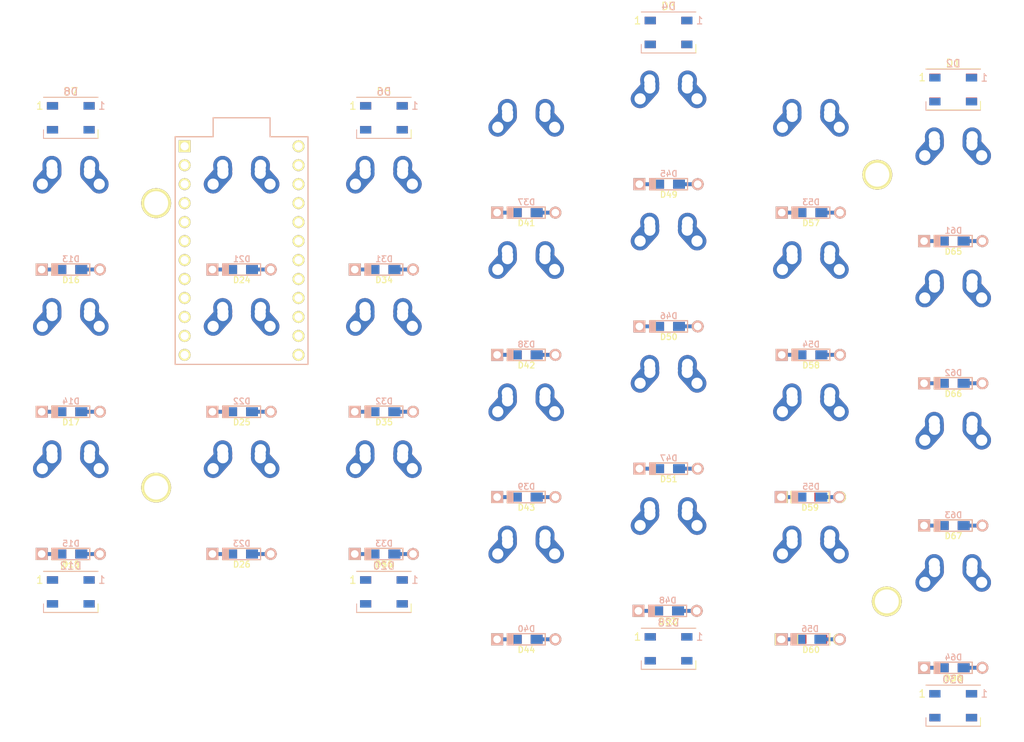
<source format=kicad_pcb>
(kicad_pcb (version 20171130) (host pcbnew "(5.1.9)-1")
  (layers (0 F.Cu signal) (31 B.Cu signal) (34 B.Paste user) (35 F.Paste user) (36 B.SilkS user) (37 F.SilkS user) (38 B.Mask user) (39 F.Mask user) (44 Edge.Cuts user))
  (net 0 "")
  (net 1 GND)
  (net 2 VCC)
  (net 3 /LED_PIN)
  (net 4 /C7)
  (net 5 /C6)
  (net 6 /C5)
  (net 7 /C4)
  (net 8 /C3)
  (net 9 /C2)
  (net 10 /C1)
  (net 11 /R4)
  (net 12 /R3)
  (net 13 /R2)
  (net 14 /R1)
  (net 15 "Net-(D1-Pad2)")
  (net 16 "Net-(D2-Pad2)")
  (net 17 "Net-(D3-Pad2)")
  (net 18 "Net-(D4-Pad2)")
  (net 19 "Net-(D5-Pad2)")
  (net 20 "Net-(D6-Pad2)")
  (net 21 "Net-(D11-Pad2)")
  (net 22 "Net-(D12-Pad2)")
  (net 23 "Net-(D13-Pad2)")
  (net 24 "Net-(D19-Pad2)")
  (net 25 "Net-(D20-Pad2)")
  (net 26 "Net-(D21-Pad2)")
  (net 27 "Net-(D22-Pad2)")
  (net 28 "Net-(D23-Pad2)")
  (net 29 "Net-(D27-Pad2)")
  (net 30 "Net-(D28-Pad2)")
  (net 31 "Net-(D29-Pad2)")
  (net 32 "Net-(D33-Pad2)")
  (net 33 "Net-(D11-Pad4)")
  (net 34 "Net-(D14-Pad2)")
  (net 35 "Net-(D15-Pad2)")
  (net 36 "Net-(D30-Pad2)")
  (net 37 "Net-(D31-Pad2)")
  (net 38 "Net-(D32-Pad2)")
  (net 39 "Net-(D37-Pad2)")
  (net 40 "Net-(D38-Pad2)")
  (net 41 "Net-(D39-Pad2)")
  (net 42 "Net-(D40-Pad2)")
  (net 43 "Net-(D45-Pad2)")
  (net 44 "Net-(D46-Pad2)")
  (net 45 "Net-(D47-Pad2)")
  (net 46 "Net-(D48-Pad2)")
  (net 47 "Net-(D53-Pad2)")
  (net 48 "Net-(D54-Pad2)")
  (net 49 "Net-(D55-Pad2)")
  (net 50 "Net-(D56-Pad2)")
  (net 51 "Net-(D61-Pad2)")
  (net 52 "Net-(D62-Pad2)")
  (net 53 "Net-(D63-Pad2)")
  (net 54 "Net-(D64-Pad2)")
  (net 55 "Net-(U1-Pad24)")
  (net 56 "Net-(U1-Pad22)")
  (net 57 "Net-(U1-Pad19)")
  (net 58 "Net-(U1-Pad18)")
  (net 59 "Net-(U1-Pad6)")
  (net 60 "Net-(U1-Pad5)")
  (net 61 "Net-(U1-Pad2)")
  (net 62 "Net-(U1-Pad1)")
  (net 63 "Net-(D12-Pad4)")
  (module keyboard_parts:HOLE_M3 (layer F.Cu) (at 134.62 92.71)
    (fp_text reference H4 hide)
    (fp_text value MountingHole hide)
    (pad 1 thru_hole circle (at 0 0) (size 4 4) (drill 3.2) (layers *.Cu *.Mask F.SilkS))
  )
  (module keyboard_parts:HOLE_M3 (layer F.Cu) (at 134.62 54.61)
    (fp_text reference H3 hide)
    (fp_text value MountingHole hide)
    (pad 1 thru_hole circle (at 0 0) (size 4 4) (drill 3.2) (layers *.Cu *.Mask F.SilkS))
  )
  (module keyboard_parts:HOLE_M3 (layer F.Cu) (at 232.41 107.95)
    (fp_text reference H2 hide)
    (fp_text value MountingHole hide)
    (pad 1 thru_hole circle (at 0 0) (size 4 4) (drill 3.2) (layers *.Cu *.Mask F.SilkS))
  )
  (module keyboard_parts:HOLE_M3 (layer F.Cu) (at 231.14 50.8)
    (fp_text reference H1 hide)
    (fp_text value MountingHole hide)
    (pad 1 thru_hole circle (at 0 0) (size 4 4) (drill 3.2) (layers *.Cu *.Mask F.SilkS))
  )
  (module LED_SMD:LED_WS2812B_PLCC4_5.0x5.0mm_P3.2mm (layer B.Cu) (at 241.3 121.92 180)
    (fp_text reference D30 (at 0 3.5) (layer B.SilkS) (effects (justify mirror)))
    (fp_text value WS2812B)
    (fp_text user 1 (at -4.15 1.6) (layer B.SilkS) (effects (justify mirror)))
    (pad 1 smd rect (at -2.45 1.6 180) (size 1.5 1) (layers B.Cu B.Paste B.Mask) (net 2 VCC))
    (pad 2 smd rect (at -2.45 -1.6 180) (size 1.5 1) (layers B.Cu B.Paste B.Mask) (net 36 "Net-(D30-Pad2)"))
    (pad 4 smd rect (at 2.45 1.6 180) (size 1.5 1) (layers B.Cu B.Paste B.Mask) (net 30 "Net-(D28-Pad2)"))
    (pad 3 smd rect (at 2.45 -1.6 180) (size 1.5 1) (layers B.Cu B.Paste B.Mask) (net 1 GND))
  )
  (module LED_SMD:LED_WS2812B_PLCC4_5.0x5.0mm_P3.2mm (layer F.Cu) (at 241.3 121.92)
    (fp_text reference D29 (at 0 -3.5) (layer F.SilkS))
    (fp_text value WS2812B)
    (fp_text user 1 (at -4.15 -1.6) (layer F.SilkS))
    (pad 1 smd rect (at -2.45 -1.6) (size 1.5 1) (layers F.Cu F.Paste F.Mask) (net 2 VCC))
    (pad 2 smd rect (at -2.45 1.6) (size 1.5 1) (layers F.Cu F.Paste F.Mask) (net 31 "Net-(D29-Pad2)"))
    (pad 4 smd rect (at 2.45 -1.6) (size 1.5 1) (layers F.Cu F.Paste F.Mask) (net 29 "Net-(D27-Pad2)"))
    (pad 3 smd rect (at 2.45 1.6) (size 1.5 1) (layers F.Cu F.Paste F.Mask) (net 1 GND))
  )
  (module LED_SMD:LED_WS2812B_PLCC4_5.0x5.0mm_P3.2mm (layer B.Cu) (at 203.2 114.3 180)
    (fp_text reference D28 (at 0 3.5) (layer B.SilkS) (effects (justify mirror)))
    (fp_text value WS2812B)
    (fp_text user 1 (at -4.15 1.6) (layer B.SilkS) (effects (justify mirror)))
    (pad 1 smd rect (at -2.45 1.6 180) (size 1.5 1) (layers B.Cu B.Paste B.Mask) (net 2 VCC))
    (pad 2 smd rect (at -2.45 -1.6 180) (size 1.5 1) (layers B.Cu B.Paste B.Mask) (net 30 "Net-(D28-Pad2)"))
    (pad 4 smd rect (at 2.45 1.6 180) (size 1.5 1) (layers B.Cu B.Paste B.Mask) (net 25 "Net-(D20-Pad2)"))
    (pad 3 smd rect (at 2.45 -1.6 180) (size 1.5 1) (layers B.Cu B.Paste B.Mask) (net 1 GND))
  )
  (module LED_SMD:LED_WS2812B_PLCC4_5.0x5.0mm_P3.2mm (layer F.Cu) (at 203.2 114.3)
    (fp_text reference D27 (at 0 -3.5) (layer F.SilkS))
    (fp_text value WS2812B)
    (fp_text user 1 (at -4.15 -1.6) (layer F.SilkS))
    (pad 1 smd rect (at -2.45 -1.6) (size 1.5 1) (layers F.Cu F.Paste F.Mask) (net 2 VCC))
    (pad 2 smd rect (at -2.45 1.6) (size 1.5 1) (layers F.Cu F.Paste F.Mask) (net 29 "Net-(D27-Pad2)"))
    (pad 4 smd rect (at 2.45 -1.6) (size 1.5 1) (layers F.Cu F.Paste F.Mask) (net 24 "Net-(D19-Pad2)"))
    (pad 3 smd rect (at 2.45 1.6) (size 1.5 1) (layers F.Cu F.Paste F.Mask) (net 1 GND))
  )
  (module Keebio-Parts:Hybrid_PCB_100H_Dual_hole (layer F.Cu) (at 241.3 107.95)
    (fp_text reference SW25 hide)
    (fp_text value SW_Push hide)
    (pad 2 smd oval (at 2.52 -4.79 356.055) (size 2.5 3.081378) (layers B.Cu B.Paste B.Mask) (net 54 "Net-(D64-Pad2)"))
    (pad 2 smd oval (at 3.155 -3.27 221.9) (size 2.5 4.461556) (layers F.Cu F.Paste F.Mask) (net 54 "Net-(D64-Pad2)"))
    (pad 1 smd oval (at -2.52 -4.79 3.945) (size 2.5 3.081378) (layers F.Cu F.Paste F.Mask) (net 4 /C7))
    (pad 1 smd oval (at -3.155 -3.27 138.1) (size 2.5 4.461556) (layers F.Cu F.Paste F.Mask) (net 4 /C7))
    (pad 1 thru_hole circle (at -2.54 -5.08 330.95) (size 2 2) (drill 1.5) (layers *.Cu *.Mask) (net 4 /C7))
    (pad 1 thru_hole circle (at -2.5 -4.5 330.95) (size 2 2) (drill 1.5) (layers *.Cu *.Mask) (net 4 /C7))
    (pad 1 smd oval (at -2.52 -4.79 3.945) (size 2.5 3.081378) (layers B.Cu B.Paste B.Mask) (net 4 /C7))
    (pad 2 thru_hole circle (at 3.81 -2.54 330.95) (size 2 2) (drill 1.5) (layers *.Cu *.Mask) (net 54 "Net-(D64-Pad2)"))
    (pad 2 thru_hole circle (at 2.5 -4) (size 2 2) (drill 1.5) (layers *.Cu *.Mask) (net 54 "Net-(D64-Pad2)"))
    (pad 1 smd oval (at -3.155 -3.27 138.1) (size 2.5 4.461556) (layers B.Cu B.Paste B.Mask) (net 4 /C7))
    (pad 2 smd oval (at 3.155 -3.27 221.9) (size 2.5 4.461556) (layers B.Cu B.Paste B.Mask) (net 54 "Net-(D64-Pad2)"))
    (pad 1 thru_hole circle (at -3.81 -2.54 330.95) (size 2 2) (drill 1.5) (layers *.Cu *.Mask) (net 4 /C7))
    (pad HOLE np_thru_hole circle (at 5.08 0) (size 1.8 1.8) (drill 1.8) (layers *.Cu))
    (pad HOLE np_thru_hole circle (at -5.08 0) (size 1.8 1.8) (drill 1.8) (layers *.Cu))
    (pad HOLE np_thru_hole circle (at 0 0) (size 3.9878 3.9878) (drill 3.9878) (layers *.Cu))
    (pad 1 thru_hole circle (at -2.5 -4 330.95) (size 2 2) (drill 1.5) (layers *.Cu *.Mask) (net 4 /C7))
    (pad 2 thru_hole circle (at 2.54 -5.08 330.95) (size 2 2) (drill 1.5) (layers *.Cu *.Mask) (net 54 "Net-(D64-Pad2)"))
    (pad 2 thru_hole circle (at 2.5 -4.5 330.95) (size 2 2) (drill 1.5) (layers *.Cu *.Mask) (net 54 "Net-(D64-Pad2)"))
    (pad 2 smd oval (at 2.52 -4.79 356.055) (size 2.5 3.081378) (layers F.Cu F.Paste F.Mask) (net 54 "Net-(D64-Pad2)"))
  )
  (module Keebio-Parts:Hybrid_PCB_100H_Dual_hole (layer F.Cu) (at 241.3 88.9)
    (fp_text reference SW24 hide)
    (fp_text value SW_Push hide)
    (pad 2 smd oval (at 2.52 -4.79 356.055) (size 2.5 3.081378) (layers B.Cu B.Paste B.Mask) (net 53 "Net-(D63-Pad2)"))
    (pad 2 smd oval (at 3.155 -3.27 221.9) (size 2.5 4.461556) (layers F.Cu F.Paste F.Mask) (net 53 "Net-(D63-Pad2)"))
    (pad 1 smd oval (at -2.52 -4.79 3.945) (size 2.5 3.081378) (layers F.Cu F.Paste F.Mask) (net 4 /C7))
    (pad 1 smd oval (at -3.155 -3.27 138.1) (size 2.5 4.461556) (layers F.Cu F.Paste F.Mask) (net 4 /C7))
    (pad 1 thru_hole circle (at -2.54 -5.08 330.95) (size 2 2) (drill 1.5) (layers *.Cu *.Mask) (net 4 /C7))
    (pad 1 thru_hole circle (at -2.5 -4.5 330.95) (size 2 2) (drill 1.5) (layers *.Cu *.Mask) (net 4 /C7))
    (pad 1 smd oval (at -2.52 -4.79 3.945) (size 2.5 3.081378) (layers B.Cu B.Paste B.Mask) (net 4 /C7))
    (pad 2 thru_hole circle (at 3.81 -2.54 330.95) (size 2 2) (drill 1.5) (layers *.Cu *.Mask) (net 53 "Net-(D63-Pad2)"))
    (pad 2 thru_hole circle (at 2.5 -4) (size 2 2) (drill 1.5) (layers *.Cu *.Mask) (net 53 "Net-(D63-Pad2)"))
    (pad 1 smd oval (at -3.155 -3.27 138.1) (size 2.5 4.461556) (layers B.Cu B.Paste B.Mask) (net 4 /C7))
    (pad 2 smd oval (at 3.155 -3.27 221.9) (size 2.5 4.461556) (layers B.Cu B.Paste B.Mask) (net 53 "Net-(D63-Pad2)"))
    (pad 1 thru_hole circle (at -3.81 -2.54 330.95) (size 2 2) (drill 1.5) (layers *.Cu *.Mask) (net 4 /C7))
    (pad HOLE np_thru_hole circle (at 5.08 0) (size 1.8 1.8) (drill 1.8) (layers *.Cu))
    (pad HOLE np_thru_hole circle (at -5.08 0) (size 1.8 1.8) (drill 1.8) (layers *.Cu))
    (pad HOLE np_thru_hole circle (at 0 0) (size 3.9878 3.9878) (drill 3.9878) (layers *.Cu))
    (pad 1 thru_hole circle (at -2.5 -4 330.95) (size 2 2) (drill 1.5) (layers *.Cu *.Mask) (net 4 /C7))
    (pad 2 thru_hole circle (at 2.54 -5.08 330.95) (size 2 2) (drill 1.5) (layers *.Cu *.Mask) (net 53 "Net-(D63-Pad2)"))
    (pad 2 thru_hole circle (at 2.5 -4.5 330.95) (size 2 2) (drill 1.5) (layers *.Cu *.Mask) (net 53 "Net-(D63-Pad2)"))
    (pad 2 smd oval (at 2.52 -4.79 356.055) (size 2.5 3.081378) (layers F.Cu F.Paste F.Mask) (net 53 "Net-(D63-Pad2)"))
  )
  (module Keebio-Parts:Hybrid_PCB_100H_Dual_hole (layer F.Cu) (at 241.3 69.85)
    (fp_text reference SW23 hide)
    (fp_text value SW_Push hide)
    (pad 2 smd oval (at 2.52 -4.79 356.055) (size 2.5 3.081378) (layers B.Cu B.Paste B.Mask) (net 52 "Net-(D62-Pad2)"))
    (pad 2 smd oval (at 3.155 -3.27 221.9) (size 2.5 4.461556) (layers F.Cu F.Paste F.Mask) (net 52 "Net-(D62-Pad2)"))
    (pad 1 smd oval (at -2.52 -4.79 3.945) (size 2.5 3.081378) (layers F.Cu F.Paste F.Mask) (net 4 /C7))
    (pad 1 smd oval (at -3.155 -3.27 138.1) (size 2.5 4.461556) (layers F.Cu F.Paste F.Mask) (net 4 /C7))
    (pad 1 thru_hole circle (at -2.54 -5.08 330.95) (size 2 2) (drill 1.5) (layers *.Cu *.Mask) (net 4 /C7))
    (pad 1 thru_hole circle (at -2.5 -4.5 330.95) (size 2 2) (drill 1.5) (layers *.Cu *.Mask) (net 4 /C7))
    (pad 1 smd oval (at -2.52 -4.79 3.945) (size 2.5 3.081378) (layers B.Cu B.Paste B.Mask) (net 4 /C7))
    (pad 2 thru_hole circle (at 3.81 -2.54 330.95) (size 2 2) (drill 1.5) (layers *.Cu *.Mask) (net 52 "Net-(D62-Pad2)"))
    (pad 2 thru_hole circle (at 2.5 -4) (size 2 2) (drill 1.5) (layers *.Cu *.Mask) (net 52 "Net-(D62-Pad2)"))
    (pad 1 smd oval (at -3.155 -3.27 138.1) (size 2.5 4.461556) (layers B.Cu B.Paste B.Mask) (net 4 /C7))
    (pad 2 smd oval (at 3.155 -3.27 221.9) (size 2.5 4.461556) (layers B.Cu B.Paste B.Mask) (net 52 "Net-(D62-Pad2)"))
    (pad 1 thru_hole circle (at -3.81 -2.54 330.95) (size 2 2) (drill 1.5) (layers *.Cu *.Mask) (net 4 /C7))
    (pad HOLE np_thru_hole circle (at 5.08 0) (size 1.8 1.8) (drill 1.8) (layers *.Cu))
    (pad HOLE np_thru_hole circle (at -5.08 0) (size 1.8 1.8) (drill 1.8) (layers *.Cu))
    (pad HOLE np_thru_hole circle (at 0 0) (size 3.9878 3.9878) (drill 3.9878) (layers *.Cu))
    (pad 1 thru_hole circle (at -2.5 -4 330.95) (size 2 2) (drill 1.5) (layers *.Cu *.Mask) (net 4 /C7))
    (pad 2 thru_hole circle (at 2.54 -5.08 330.95) (size 2 2) (drill 1.5) (layers *.Cu *.Mask) (net 52 "Net-(D62-Pad2)"))
    (pad 2 thru_hole circle (at 2.5 -4.5 330.95) (size 2 2) (drill 1.5) (layers *.Cu *.Mask) (net 52 "Net-(D62-Pad2)"))
    (pad 2 smd oval (at 2.52 -4.79 356.055) (size 2.5 3.081378) (layers F.Cu F.Paste F.Mask) (net 52 "Net-(D62-Pad2)"))
  )
  (module Keebio-Parts:Hybrid_PCB_100H_Dual_hole (layer F.Cu) (at 241.3 50.8)
    (fp_text reference SW22 hide)
    (fp_text value SW_Push hide)
    (pad 2 smd oval (at 2.52 -4.79 356.055) (size 2.5 3.081378) (layers B.Cu B.Paste B.Mask) (net 51 "Net-(D61-Pad2)"))
    (pad 2 smd oval (at 3.155 -3.27 221.9) (size 2.5 4.461556) (layers F.Cu F.Paste F.Mask) (net 51 "Net-(D61-Pad2)"))
    (pad 1 smd oval (at -2.52 -4.79 3.945) (size 2.5 3.081378) (layers F.Cu F.Paste F.Mask) (net 4 /C7))
    (pad 1 smd oval (at -3.155 -3.27 138.1) (size 2.5 4.461556) (layers F.Cu F.Paste F.Mask) (net 4 /C7))
    (pad 1 thru_hole circle (at -2.54 -5.08 330.95) (size 2 2) (drill 1.5) (layers *.Cu *.Mask) (net 4 /C7))
    (pad 1 thru_hole circle (at -2.5 -4.5 330.95) (size 2 2) (drill 1.5) (layers *.Cu *.Mask) (net 4 /C7))
    (pad 1 smd oval (at -2.52 -4.79 3.945) (size 2.5 3.081378) (layers B.Cu B.Paste B.Mask) (net 4 /C7))
    (pad 2 thru_hole circle (at 3.81 -2.54 330.95) (size 2 2) (drill 1.5) (layers *.Cu *.Mask) (net 51 "Net-(D61-Pad2)"))
    (pad 2 thru_hole circle (at 2.5 -4) (size 2 2) (drill 1.5) (layers *.Cu *.Mask) (net 51 "Net-(D61-Pad2)"))
    (pad 1 smd oval (at -3.155 -3.27 138.1) (size 2.5 4.461556) (layers B.Cu B.Paste B.Mask) (net 4 /C7))
    (pad 2 smd oval (at 3.155 -3.27 221.9) (size 2.5 4.461556) (layers B.Cu B.Paste B.Mask) (net 51 "Net-(D61-Pad2)"))
    (pad 1 thru_hole circle (at -3.81 -2.54 330.95) (size 2 2) (drill 1.5) (layers *.Cu *.Mask) (net 4 /C7))
    (pad HOLE np_thru_hole circle (at 5.08 0) (size 1.8 1.8) (drill 1.8) (layers *.Cu))
    (pad HOLE np_thru_hole circle (at -5.08 0) (size 1.8 1.8) (drill 1.8) (layers *.Cu))
    (pad HOLE np_thru_hole circle (at 0 0) (size 3.9878 3.9878) (drill 3.9878) (layers *.Cu))
    (pad 1 thru_hole circle (at -2.5 -4 330.95) (size 2 2) (drill 1.5) (layers *.Cu *.Mask) (net 4 /C7))
    (pad 2 thru_hole circle (at 2.54 -5.08 330.95) (size 2 2) (drill 1.5) (layers *.Cu *.Mask) (net 51 "Net-(D61-Pad2)"))
    (pad 2 thru_hole circle (at 2.5 -4.5 330.95) (size 2 2) (drill 1.5) (layers *.Cu *.Mask) (net 51 "Net-(D61-Pad2)"))
    (pad 2 smd oval (at 2.52 -4.79 356.055) (size 2.5 3.081378) (layers F.Cu F.Paste F.Mask) (net 51 "Net-(D61-Pad2)"))
  )
  (module Keebio-Parts:Hybrid_PCB_100H_Dual_hole (layer F.Cu) (at 222.25 104.14)
    (fp_text reference SW21 hide)
    (fp_text value SW_Push hide)
    (pad 2 smd oval (at 2.52 -4.79 356.055) (size 2.5 3.081378) (layers B.Cu B.Paste B.Mask) (net 50 "Net-(D56-Pad2)"))
    (pad 2 smd oval (at 3.155 -3.27 221.9) (size 2.5 4.461556) (layers F.Cu F.Paste F.Mask) (net 50 "Net-(D56-Pad2)"))
    (pad 1 smd oval (at -2.52 -4.79 3.945) (size 2.5 3.081378) (layers F.Cu F.Paste F.Mask) (net 5 /C6))
    (pad 1 smd oval (at -3.155 -3.27 138.1) (size 2.5 4.461556) (layers F.Cu F.Paste F.Mask) (net 5 /C6))
    (pad 1 thru_hole circle (at -2.54 -5.08 330.95) (size 2 2) (drill 1.5) (layers *.Cu *.Mask) (net 5 /C6))
    (pad 1 thru_hole circle (at -2.5 -4.5 330.95) (size 2 2) (drill 1.5) (layers *.Cu *.Mask) (net 5 /C6))
    (pad 1 smd oval (at -2.52 -4.79 3.945) (size 2.5 3.081378) (layers B.Cu B.Paste B.Mask) (net 5 /C6))
    (pad 2 thru_hole circle (at 3.81 -2.54 330.95) (size 2 2) (drill 1.5) (layers *.Cu *.Mask) (net 50 "Net-(D56-Pad2)"))
    (pad 2 thru_hole circle (at 2.5 -4) (size 2 2) (drill 1.5) (layers *.Cu *.Mask) (net 50 "Net-(D56-Pad2)"))
    (pad 1 smd oval (at -3.155 -3.27 138.1) (size 2.5 4.461556) (layers B.Cu B.Paste B.Mask) (net 5 /C6))
    (pad 2 smd oval (at 3.155 -3.27 221.9) (size 2.5 4.461556) (layers B.Cu B.Paste B.Mask) (net 50 "Net-(D56-Pad2)"))
    (pad 1 thru_hole circle (at -3.81 -2.54 330.95) (size 2 2) (drill 1.5) (layers *.Cu *.Mask) (net 5 /C6))
    (pad HOLE np_thru_hole circle (at 5.08 0) (size 1.8 1.8) (drill 1.8) (layers *.Cu))
    (pad HOLE np_thru_hole circle (at -5.08 0) (size 1.8 1.8) (drill 1.8) (layers *.Cu))
    (pad HOLE np_thru_hole circle (at 0 0) (size 3.9878 3.9878) (drill 3.9878) (layers *.Cu))
    (pad 1 thru_hole circle (at -2.5 -4 330.95) (size 2 2) (drill 1.5) (layers *.Cu *.Mask) (net 5 /C6))
    (pad 2 thru_hole circle (at 2.54 -5.08 330.95) (size 2 2) (drill 1.5) (layers *.Cu *.Mask) (net 50 "Net-(D56-Pad2)"))
    (pad 2 thru_hole circle (at 2.5 -4.5 330.95) (size 2 2) (drill 1.5) (layers *.Cu *.Mask) (net 50 "Net-(D56-Pad2)"))
    (pad 2 smd oval (at 2.52 -4.79 356.055) (size 2.5 3.081378) (layers F.Cu F.Paste F.Mask) (net 50 "Net-(D56-Pad2)"))
  )
  (module Keebio-Parts:Hybrid_PCB_100H_Dual_hole (layer F.Cu) (at 222.25 85.09)
    (fp_text reference SW20 hide)
    (fp_text value SW_Push hide)
    (pad 2 smd oval (at 2.52 -4.79 356.055) (size 2.5 3.081378) (layers B.Cu B.Paste B.Mask) (net 49 "Net-(D55-Pad2)"))
    (pad 2 smd oval (at 3.155 -3.27 221.9) (size 2.5 4.461556) (layers F.Cu F.Paste F.Mask) (net 49 "Net-(D55-Pad2)"))
    (pad 1 smd oval (at -2.52 -4.79 3.945) (size 2.5 3.081378) (layers F.Cu F.Paste F.Mask) (net 5 /C6))
    (pad 1 smd oval (at -3.155 -3.27 138.1) (size 2.5 4.461556) (layers F.Cu F.Paste F.Mask) (net 5 /C6))
    (pad 1 thru_hole circle (at -2.54 -5.08 330.95) (size 2 2) (drill 1.5) (layers *.Cu *.Mask) (net 5 /C6))
    (pad 1 thru_hole circle (at -2.5 -4.5 330.95) (size 2 2) (drill 1.5) (layers *.Cu *.Mask) (net 5 /C6))
    (pad 1 smd oval (at -2.52 -4.79 3.945) (size 2.5 3.081378) (layers B.Cu B.Paste B.Mask) (net 5 /C6))
    (pad 2 thru_hole circle (at 3.81 -2.54 330.95) (size 2 2) (drill 1.5) (layers *.Cu *.Mask) (net 49 "Net-(D55-Pad2)"))
    (pad 2 thru_hole circle (at 2.5 -4) (size 2 2) (drill 1.5) (layers *.Cu *.Mask) (net 49 "Net-(D55-Pad2)"))
    (pad 1 smd oval (at -3.155 -3.27 138.1) (size 2.5 4.461556) (layers B.Cu B.Paste B.Mask) (net 5 /C6))
    (pad 2 smd oval (at 3.155 -3.27 221.9) (size 2.5 4.461556) (layers B.Cu B.Paste B.Mask) (net 49 "Net-(D55-Pad2)"))
    (pad 1 thru_hole circle (at -3.81 -2.54 330.95) (size 2 2) (drill 1.5) (layers *.Cu *.Mask) (net 5 /C6))
    (pad HOLE np_thru_hole circle (at 5.08 0) (size 1.8 1.8) (drill 1.8) (layers *.Cu))
    (pad HOLE np_thru_hole circle (at -5.08 0) (size 1.8 1.8) (drill 1.8) (layers *.Cu))
    (pad HOLE np_thru_hole circle (at 0 0) (size 3.9878 3.9878) (drill 3.9878) (layers *.Cu))
    (pad 1 thru_hole circle (at -2.5 -4 330.95) (size 2 2) (drill 1.5) (layers *.Cu *.Mask) (net 5 /C6))
    (pad 2 thru_hole circle (at 2.54 -5.08 330.95) (size 2 2) (drill 1.5) (layers *.Cu *.Mask) (net 49 "Net-(D55-Pad2)"))
    (pad 2 thru_hole circle (at 2.5 -4.5 330.95) (size 2 2) (drill 1.5) (layers *.Cu *.Mask) (net 49 "Net-(D55-Pad2)"))
    (pad 2 smd oval (at 2.52 -4.79 356.055) (size 2.5 3.081378) (layers F.Cu F.Paste F.Mask) (net 49 "Net-(D55-Pad2)"))
  )
  (module Keebio-Parts:Hybrid_PCB_100H_Dual_hole (layer F.Cu) (at 222.25 66.04)
    (fp_text reference SW19 hide)
    (fp_text value SW_Push hide)
    (pad 2 smd oval (at 2.52 -4.79 356.055) (size 2.5 3.081378) (layers B.Cu B.Paste B.Mask) (net 48 "Net-(D54-Pad2)"))
    (pad 2 smd oval (at 3.155 -3.27 221.9) (size 2.5 4.461556) (layers F.Cu F.Paste F.Mask) (net 48 "Net-(D54-Pad2)"))
    (pad 1 smd oval (at -2.52 -4.79 3.945) (size 2.5 3.081378) (layers F.Cu F.Paste F.Mask) (net 5 /C6))
    (pad 1 smd oval (at -3.155 -3.27 138.1) (size 2.5 4.461556) (layers F.Cu F.Paste F.Mask) (net 5 /C6))
    (pad 1 thru_hole circle (at -2.54 -5.08 330.95) (size 2 2) (drill 1.5) (layers *.Cu *.Mask) (net 5 /C6))
    (pad 1 thru_hole circle (at -2.5 -4.5 330.95) (size 2 2) (drill 1.5) (layers *.Cu *.Mask) (net 5 /C6))
    (pad 1 smd oval (at -2.52 -4.79 3.945) (size 2.5 3.081378) (layers B.Cu B.Paste B.Mask) (net 5 /C6))
    (pad 2 thru_hole circle (at 3.81 -2.54 330.95) (size 2 2) (drill 1.5) (layers *.Cu *.Mask) (net 48 "Net-(D54-Pad2)"))
    (pad 2 thru_hole circle (at 2.5 -4) (size 2 2) (drill 1.5) (layers *.Cu *.Mask) (net 48 "Net-(D54-Pad2)"))
    (pad 1 smd oval (at -3.155 -3.27 138.1) (size 2.5 4.461556) (layers B.Cu B.Paste B.Mask) (net 5 /C6))
    (pad 2 smd oval (at 3.155 -3.27 221.9) (size 2.5 4.461556) (layers B.Cu B.Paste B.Mask) (net 48 "Net-(D54-Pad2)"))
    (pad 1 thru_hole circle (at -3.81 -2.54 330.95) (size 2 2) (drill 1.5) (layers *.Cu *.Mask) (net 5 /C6))
    (pad HOLE np_thru_hole circle (at 5.08 0) (size 1.8 1.8) (drill 1.8) (layers *.Cu))
    (pad HOLE np_thru_hole circle (at -5.08 0) (size 1.8 1.8) (drill 1.8) (layers *.Cu))
    (pad HOLE np_thru_hole circle (at 0 0) (size 3.9878 3.9878) (drill 3.9878) (layers *.Cu))
    (pad 1 thru_hole circle (at -2.5 -4 330.95) (size 2 2) (drill 1.5) (layers *.Cu *.Mask) (net 5 /C6))
    (pad 2 thru_hole circle (at 2.54 -5.08 330.95) (size 2 2) (drill 1.5) (layers *.Cu *.Mask) (net 48 "Net-(D54-Pad2)"))
    (pad 2 thru_hole circle (at 2.5 -4.5 330.95) (size 2 2) (drill 1.5) (layers *.Cu *.Mask) (net 48 "Net-(D54-Pad2)"))
    (pad 2 smd oval (at 2.52 -4.79 356.055) (size 2.5 3.081378) (layers F.Cu F.Paste F.Mask) (net 48 "Net-(D54-Pad2)"))
  )
  (module Keebio-Parts:Hybrid_PCB_100H_Dual_hole (layer F.Cu) (at 222.25 46.99)
    (fp_text reference SW18 hide)
    (fp_text value SW_Push hide)
    (pad 2 smd oval (at 2.52 -4.79 356.055) (size 2.5 3.081378) (layers B.Cu B.Paste B.Mask) (net 47 "Net-(D53-Pad2)"))
    (pad 2 smd oval (at 3.155 -3.27 221.9) (size 2.5 4.461556) (layers F.Cu F.Paste F.Mask) (net 47 "Net-(D53-Pad2)"))
    (pad 1 smd oval (at -2.52 -4.79 3.945) (size 2.5 3.081378) (layers F.Cu F.Paste F.Mask) (net 5 /C6))
    (pad 1 smd oval (at -3.155 -3.27 138.1) (size 2.5 4.461556) (layers F.Cu F.Paste F.Mask) (net 5 /C6))
    (pad 1 thru_hole circle (at -2.54 -5.08 330.95) (size 2 2) (drill 1.5) (layers *.Cu *.Mask) (net 5 /C6))
    (pad 1 thru_hole circle (at -2.5 -4.5 330.95) (size 2 2) (drill 1.5) (layers *.Cu *.Mask) (net 5 /C6))
    (pad 1 smd oval (at -2.52 -4.79 3.945) (size 2.5 3.081378) (layers B.Cu B.Paste B.Mask) (net 5 /C6))
    (pad 2 thru_hole circle (at 3.81 -2.54 330.95) (size 2 2) (drill 1.5) (layers *.Cu *.Mask) (net 47 "Net-(D53-Pad2)"))
    (pad 2 thru_hole circle (at 2.5 -4) (size 2 2) (drill 1.5) (layers *.Cu *.Mask) (net 47 "Net-(D53-Pad2)"))
    (pad 1 smd oval (at -3.155 -3.27 138.1) (size 2.5 4.461556) (layers B.Cu B.Paste B.Mask) (net 5 /C6))
    (pad 2 smd oval (at 3.155 -3.27 221.9) (size 2.5 4.461556) (layers B.Cu B.Paste B.Mask) (net 47 "Net-(D53-Pad2)"))
    (pad 1 thru_hole circle (at -3.81 -2.54 330.95) (size 2 2) (drill 1.5) (layers *.Cu *.Mask) (net 5 /C6))
    (pad HOLE np_thru_hole circle (at 5.08 0) (size 1.8 1.8) (drill 1.8) (layers *.Cu))
    (pad HOLE np_thru_hole circle (at -5.08 0) (size 1.8 1.8) (drill 1.8) (layers *.Cu))
    (pad HOLE np_thru_hole circle (at 0 0) (size 3.9878 3.9878) (drill 3.9878) (layers *.Cu))
    (pad 1 thru_hole circle (at -2.5 -4 330.95) (size 2 2) (drill 1.5) (layers *.Cu *.Mask) (net 5 /C6))
    (pad 2 thru_hole circle (at 2.54 -5.08 330.95) (size 2 2) (drill 1.5) (layers *.Cu *.Mask) (net 47 "Net-(D53-Pad2)"))
    (pad 2 thru_hole circle (at 2.5 -4.5 330.95) (size 2 2) (drill 1.5) (layers *.Cu *.Mask) (net 47 "Net-(D53-Pad2)"))
    (pad 2 smd oval (at 2.52 -4.79 356.055) (size 2.5 3.081378) (layers F.Cu F.Paste F.Mask) (net 47 "Net-(D53-Pad2)"))
  )
  (module Keebio-Parts:Hybrid_PCB_100H_Dual_hole (layer F.Cu) (at 203.2 100.33)
    (fp_text reference SW17 hide)
    (fp_text value SW_Push hide)
    (pad 2 smd oval (at 2.52 -4.79 356.055) (size 2.5 3.081378) (layers B.Cu B.Paste B.Mask) (net 46 "Net-(D48-Pad2)"))
    (pad 2 smd oval (at 3.155 -3.27 221.9) (size 2.5 4.461556) (layers F.Cu F.Paste F.Mask) (net 46 "Net-(D48-Pad2)"))
    (pad 1 smd oval (at -2.52 -4.79 3.945) (size 2.5 3.081378) (layers F.Cu F.Paste F.Mask) (net 6 /C5))
    (pad 1 smd oval (at -3.155 -3.27 138.1) (size 2.5 4.461556) (layers F.Cu F.Paste F.Mask) (net 6 /C5))
    (pad 1 thru_hole circle (at -2.54 -5.08 330.95) (size 2 2) (drill 1.5) (layers *.Cu *.Mask) (net 6 /C5))
    (pad 1 thru_hole circle (at -2.5 -4.5 330.95) (size 2 2) (drill 1.5) (layers *.Cu *.Mask) (net 6 /C5))
    (pad 1 smd oval (at -2.52 -4.79 3.945) (size 2.5 3.081378) (layers B.Cu B.Paste B.Mask) (net 6 /C5))
    (pad 2 thru_hole circle (at 3.81 -2.54 330.95) (size 2 2) (drill 1.5) (layers *.Cu *.Mask) (net 46 "Net-(D48-Pad2)"))
    (pad 2 thru_hole circle (at 2.5 -4) (size 2 2) (drill 1.5) (layers *.Cu *.Mask) (net 46 "Net-(D48-Pad2)"))
    (pad 1 smd oval (at -3.155 -3.27 138.1) (size 2.5 4.461556) (layers B.Cu B.Paste B.Mask) (net 6 /C5))
    (pad 2 smd oval (at 3.155 -3.27 221.9) (size 2.5 4.461556) (layers B.Cu B.Paste B.Mask) (net 46 "Net-(D48-Pad2)"))
    (pad 1 thru_hole circle (at -3.81 -2.54 330.95) (size 2 2) (drill 1.5) (layers *.Cu *.Mask) (net 6 /C5))
    (pad HOLE np_thru_hole circle (at 5.08 0) (size 1.8 1.8) (drill 1.8) (layers *.Cu))
    (pad HOLE np_thru_hole circle (at -5.08 0) (size 1.8 1.8) (drill 1.8) (layers *.Cu))
    (pad HOLE np_thru_hole circle (at 0 0) (size 3.9878 3.9878) (drill 3.9878) (layers *.Cu))
    (pad 1 thru_hole circle (at -2.5 -4 330.95) (size 2 2) (drill 1.5) (layers *.Cu *.Mask) (net 6 /C5))
    (pad 2 thru_hole circle (at 2.54 -5.08 330.95) (size 2 2) (drill 1.5) (layers *.Cu *.Mask) (net 46 "Net-(D48-Pad2)"))
    (pad 2 thru_hole circle (at 2.5 -4.5 330.95) (size 2 2) (drill 1.5) (layers *.Cu *.Mask) (net 46 "Net-(D48-Pad2)"))
    (pad 2 smd oval (at 2.52 -4.79 356.055) (size 2.5 3.081378) (layers F.Cu F.Paste F.Mask) (net 46 "Net-(D48-Pad2)"))
  )
  (module Keebio-Parts:Hybrid_PCB_100H_Dual_hole (layer F.Cu) (at 203.2 81.28)
    (fp_text reference SW16 hide)
    (fp_text value SW_Push hide)
    (pad 2 smd oval (at 2.52 -4.79 356.055) (size 2.5 3.081378) (layers B.Cu B.Paste B.Mask) (net 45 "Net-(D47-Pad2)"))
    (pad 2 smd oval (at 3.155 -3.27 221.9) (size 2.5 4.461556) (layers F.Cu F.Paste F.Mask) (net 45 "Net-(D47-Pad2)"))
    (pad 1 smd oval (at -2.52 -4.79 3.945) (size 2.5 3.081378) (layers F.Cu F.Paste F.Mask) (net 6 /C5))
    (pad 1 smd oval (at -3.155 -3.27 138.1) (size 2.5 4.461556) (layers F.Cu F.Paste F.Mask) (net 6 /C5))
    (pad 1 thru_hole circle (at -2.54 -5.08 330.95) (size 2 2) (drill 1.5) (layers *.Cu *.Mask) (net 6 /C5))
    (pad 1 thru_hole circle (at -2.5 -4.5 330.95) (size 2 2) (drill 1.5) (layers *.Cu *.Mask) (net 6 /C5))
    (pad 1 smd oval (at -2.52 -4.79 3.945) (size 2.5 3.081378) (layers B.Cu B.Paste B.Mask) (net 6 /C5))
    (pad 2 thru_hole circle (at 3.81 -2.54 330.95) (size 2 2) (drill 1.5) (layers *.Cu *.Mask) (net 45 "Net-(D47-Pad2)"))
    (pad 2 thru_hole circle (at 2.5 -4) (size 2 2) (drill 1.5) (layers *.Cu *.Mask) (net 45 "Net-(D47-Pad2)"))
    (pad 1 smd oval (at -3.155 -3.27 138.1) (size 2.5 4.461556) (layers B.Cu B.Paste B.Mask) (net 6 /C5))
    (pad 2 smd oval (at 3.155 -3.27 221.9) (size 2.5 4.461556) (layers B.Cu B.Paste B.Mask) (net 45 "Net-(D47-Pad2)"))
    (pad 1 thru_hole circle (at -3.81 -2.54 330.95) (size 2 2) (drill 1.5) (layers *.Cu *.Mask) (net 6 /C5))
    (pad HOLE np_thru_hole circle (at 5.08 0) (size 1.8 1.8) (drill 1.8) (layers *.Cu))
    (pad HOLE np_thru_hole circle (at -5.08 0) (size 1.8 1.8) (drill 1.8) (layers *.Cu))
    (pad HOLE np_thru_hole circle (at 0 0) (size 3.9878 3.9878) (drill 3.9878) (layers *.Cu))
    (pad 1 thru_hole circle (at -2.5 -4 330.95) (size 2 2) (drill 1.5) (layers *.Cu *.Mask) (net 6 /C5))
    (pad 2 thru_hole circle (at 2.54 -5.08 330.95) (size 2 2) (drill 1.5) (layers *.Cu *.Mask) (net 45 "Net-(D47-Pad2)"))
    (pad 2 thru_hole circle (at 2.5 -4.5 330.95) (size 2 2) (drill 1.5) (layers *.Cu *.Mask) (net 45 "Net-(D47-Pad2)"))
    (pad 2 smd oval (at 2.52 -4.79 356.055) (size 2.5 3.081378) (layers F.Cu F.Paste F.Mask) (net 45 "Net-(D47-Pad2)"))
  )
  (module Keebio-Parts:Hybrid_PCB_100H_Dual_hole (layer F.Cu) (at 203.2 62.23)
    (fp_text reference SW15 hide)
    (fp_text value SW_Push hide)
    (pad 2 smd oval (at 2.52 -4.79 356.055) (size 2.5 3.081378) (layers B.Cu B.Paste B.Mask) (net 44 "Net-(D46-Pad2)"))
    (pad 2 smd oval (at 3.155 -3.27 221.9) (size 2.5 4.461556) (layers F.Cu F.Paste F.Mask) (net 44 "Net-(D46-Pad2)"))
    (pad 1 smd oval (at -2.52 -4.79 3.945) (size 2.5 3.081378) (layers F.Cu F.Paste F.Mask) (net 6 /C5))
    (pad 1 smd oval (at -3.155 -3.27 138.1) (size 2.5 4.461556) (layers F.Cu F.Paste F.Mask) (net 6 /C5))
    (pad 1 thru_hole circle (at -2.54 -5.08 330.95) (size 2 2) (drill 1.5) (layers *.Cu *.Mask) (net 6 /C5))
    (pad 1 thru_hole circle (at -2.5 -4.5 330.95) (size 2 2) (drill 1.5) (layers *.Cu *.Mask) (net 6 /C5))
    (pad 1 smd oval (at -2.52 -4.79 3.945) (size 2.5 3.081378) (layers B.Cu B.Paste B.Mask) (net 6 /C5))
    (pad 2 thru_hole circle (at 3.81 -2.54 330.95) (size 2 2) (drill 1.5) (layers *.Cu *.Mask) (net 44 "Net-(D46-Pad2)"))
    (pad 2 thru_hole circle (at 2.5 -4) (size 2 2) (drill 1.5) (layers *.Cu *.Mask) (net 44 "Net-(D46-Pad2)"))
    (pad 1 smd oval (at -3.155 -3.27 138.1) (size 2.5 4.461556) (layers B.Cu B.Paste B.Mask) (net 6 /C5))
    (pad 2 smd oval (at 3.155 -3.27 221.9) (size 2.5 4.461556) (layers B.Cu B.Paste B.Mask) (net 44 "Net-(D46-Pad2)"))
    (pad 1 thru_hole circle (at -3.81 -2.54 330.95) (size 2 2) (drill 1.5) (layers *.Cu *.Mask) (net 6 /C5))
    (pad HOLE np_thru_hole circle (at 5.08 0) (size 1.8 1.8) (drill 1.8) (layers *.Cu))
    (pad HOLE np_thru_hole circle (at -5.08 0) (size 1.8 1.8) (drill 1.8) (layers *.Cu))
    (pad HOLE np_thru_hole circle (at 0 0) (size 3.9878 3.9878) (drill 3.9878) (layers *.Cu))
    (pad 1 thru_hole circle (at -2.5 -4 330.95) (size 2 2) (drill 1.5) (layers *.Cu *.Mask) (net 6 /C5))
    (pad 2 thru_hole circle (at 2.54 -5.08 330.95) (size 2 2) (drill 1.5) (layers *.Cu *.Mask) (net 44 "Net-(D46-Pad2)"))
    (pad 2 thru_hole circle (at 2.5 -4.5 330.95) (size 2 2) (drill 1.5) (layers *.Cu *.Mask) (net 44 "Net-(D46-Pad2)"))
    (pad 2 smd oval (at 2.52 -4.79 356.055) (size 2.5 3.081378) (layers F.Cu F.Paste F.Mask) (net 44 "Net-(D46-Pad2)"))
  )
  (module Keebio-Parts:Hybrid_PCB_100H_Dual_hole (layer F.Cu) (at 203.2 43.18)
    (fp_text reference SW14 hide)
    (fp_text value SW_Push hide)
    (pad 2 smd oval (at 2.52 -4.79 356.055) (size 2.5 3.081378) (layers B.Cu B.Paste B.Mask) (net 43 "Net-(D45-Pad2)"))
    (pad 2 smd oval (at 3.155 -3.27 221.9) (size 2.5 4.461556) (layers F.Cu F.Paste F.Mask) (net 43 "Net-(D45-Pad2)"))
    (pad 1 smd oval (at -2.52 -4.79 3.945) (size 2.5 3.081378) (layers F.Cu F.Paste F.Mask) (net 6 /C5))
    (pad 1 smd oval (at -3.155 -3.27 138.1) (size 2.5 4.461556) (layers F.Cu F.Paste F.Mask) (net 6 /C5))
    (pad 1 thru_hole circle (at -2.54 -5.08 330.95) (size 2 2) (drill 1.5) (layers *.Cu *.Mask) (net 6 /C5))
    (pad 1 thru_hole circle (at -2.5 -4.5 330.95) (size 2 2) (drill 1.5) (layers *.Cu *.Mask) (net 6 /C5))
    (pad 1 smd oval (at -2.52 -4.79 3.945) (size 2.5 3.081378) (layers B.Cu B.Paste B.Mask) (net 6 /C5))
    (pad 2 thru_hole circle (at 3.81 -2.54 330.95) (size 2 2) (drill 1.5) (layers *.Cu *.Mask) (net 43 "Net-(D45-Pad2)"))
    (pad 2 thru_hole circle (at 2.5 -4) (size 2 2) (drill 1.5) (layers *.Cu *.Mask) (net 43 "Net-(D45-Pad2)"))
    (pad 1 smd oval (at -3.155 -3.27 138.1) (size 2.5 4.461556) (layers B.Cu B.Paste B.Mask) (net 6 /C5))
    (pad 2 smd oval (at 3.155 -3.27 221.9) (size 2.5 4.461556) (layers B.Cu B.Paste B.Mask) (net 43 "Net-(D45-Pad2)"))
    (pad 1 thru_hole circle (at -3.81 -2.54 330.95) (size 2 2) (drill 1.5) (layers *.Cu *.Mask) (net 6 /C5))
    (pad HOLE np_thru_hole circle (at 5.08 0) (size 1.8 1.8) (drill 1.8) (layers *.Cu))
    (pad HOLE np_thru_hole circle (at -5.08 0) (size 1.8 1.8) (drill 1.8) (layers *.Cu))
    (pad HOLE np_thru_hole circle (at 0 0) (size 3.9878 3.9878) (drill 3.9878) (layers *.Cu))
    (pad 1 thru_hole circle (at -2.5 -4 330.95) (size 2 2) (drill 1.5) (layers *.Cu *.Mask) (net 6 /C5))
    (pad 2 thru_hole circle (at 2.54 -5.08 330.95) (size 2 2) (drill 1.5) (layers *.Cu *.Mask) (net 43 "Net-(D45-Pad2)"))
    (pad 2 thru_hole circle (at 2.5 -4.5 330.95) (size 2 2) (drill 1.5) (layers *.Cu *.Mask) (net 43 "Net-(D45-Pad2)"))
    (pad 2 smd oval (at 2.52 -4.79 356.055) (size 2.5 3.081378) (layers F.Cu F.Paste F.Mask) (net 43 "Net-(D45-Pad2)"))
  )
  (module Keebio-Parts:Hybrid_PCB_100H_Dual_hole (layer F.Cu) (at 184.15 104.14)
    (fp_text reference SW13 hide)
    (fp_text value SW_Push hide)
    (pad 2 smd oval (at 2.52 -4.79 356.055) (size 2.5 3.081378) (layers B.Cu B.Paste B.Mask) (net 42 "Net-(D40-Pad2)"))
    (pad 2 smd oval (at 3.155 -3.27 221.9) (size 2.5 4.461556) (layers F.Cu F.Paste F.Mask) (net 42 "Net-(D40-Pad2)"))
    (pad 1 smd oval (at -2.52 -4.79 3.945) (size 2.5 3.081378) (layers F.Cu F.Paste F.Mask) (net 7 /C4))
    (pad 1 smd oval (at -3.155 -3.27 138.1) (size 2.5 4.461556) (layers F.Cu F.Paste F.Mask) (net 7 /C4))
    (pad 1 thru_hole circle (at -2.54 -5.08 330.95) (size 2 2) (drill 1.5) (layers *.Cu *.Mask) (net 7 /C4))
    (pad 1 thru_hole circle (at -2.5 -4.5 330.95) (size 2 2) (drill 1.5) (layers *.Cu *.Mask) (net 7 /C4))
    (pad 1 smd oval (at -2.52 -4.79 3.945) (size 2.5 3.081378) (layers B.Cu B.Paste B.Mask) (net 7 /C4))
    (pad 2 thru_hole circle (at 3.81 -2.54 330.95) (size 2 2) (drill 1.5) (layers *.Cu *.Mask) (net 42 "Net-(D40-Pad2)"))
    (pad 2 thru_hole circle (at 2.5 -4) (size 2 2) (drill 1.5) (layers *.Cu *.Mask) (net 42 "Net-(D40-Pad2)"))
    (pad 1 smd oval (at -3.155 -3.27 138.1) (size 2.5 4.461556) (layers B.Cu B.Paste B.Mask) (net 7 /C4))
    (pad 2 smd oval (at 3.155 -3.27 221.9) (size 2.5 4.461556) (layers B.Cu B.Paste B.Mask) (net 42 "Net-(D40-Pad2)"))
    (pad 1 thru_hole circle (at -3.81 -2.54 330.95) (size 2 2) (drill 1.5) (layers *.Cu *.Mask) (net 7 /C4))
    (pad HOLE np_thru_hole circle (at 5.08 0) (size 1.8 1.8) (drill 1.8) (layers *.Cu))
    (pad HOLE np_thru_hole circle (at -5.08 0) (size 1.8 1.8) (drill 1.8) (layers *.Cu))
    (pad HOLE np_thru_hole circle (at 0 0) (size 3.9878 3.9878) (drill 3.9878) (layers *.Cu))
    (pad 1 thru_hole circle (at -2.5 -4 330.95) (size 2 2) (drill 1.5) (layers *.Cu *.Mask) (net 7 /C4))
    (pad 2 thru_hole circle (at 2.54 -5.08 330.95) (size 2 2) (drill 1.5) (layers *.Cu *.Mask) (net 42 "Net-(D40-Pad2)"))
    (pad 2 thru_hole circle (at 2.5 -4.5 330.95) (size 2 2) (drill 1.5) (layers *.Cu *.Mask) (net 42 "Net-(D40-Pad2)"))
    (pad 2 smd oval (at 2.52 -4.79 356.055) (size 2.5 3.081378) (layers F.Cu F.Paste F.Mask) (net 42 "Net-(D40-Pad2)"))
  )
  (module Keebio-Parts:Hybrid_PCB_100H_Dual_hole (layer F.Cu) (at 184.15 85.09)
    (fp_text reference SW12 hide)
    (fp_text value SW_Push hide)
    (pad 2 smd oval (at 2.52 -4.79 356.055) (size 2.5 3.081378) (layers B.Cu B.Paste B.Mask) (net 41 "Net-(D39-Pad2)"))
    (pad 2 smd oval (at 3.155 -3.27 221.9) (size 2.5 4.461556) (layers F.Cu F.Paste F.Mask) (net 41 "Net-(D39-Pad2)"))
    (pad 1 smd oval (at -2.52 -4.79 3.945) (size 2.5 3.081378) (layers F.Cu F.Paste F.Mask) (net 7 /C4))
    (pad 1 smd oval (at -3.155 -3.27 138.1) (size 2.5 4.461556) (layers F.Cu F.Paste F.Mask) (net 7 /C4))
    (pad 1 thru_hole circle (at -2.54 -5.08 330.95) (size 2 2) (drill 1.5) (layers *.Cu *.Mask) (net 7 /C4))
    (pad 1 thru_hole circle (at -2.5 -4.5 330.95) (size 2 2) (drill 1.5) (layers *.Cu *.Mask) (net 7 /C4))
    (pad 1 smd oval (at -2.52 -4.79 3.945) (size 2.5 3.081378) (layers B.Cu B.Paste B.Mask) (net 7 /C4))
    (pad 2 thru_hole circle (at 3.81 -2.54 330.95) (size 2 2) (drill 1.5) (layers *.Cu *.Mask) (net 41 "Net-(D39-Pad2)"))
    (pad 2 thru_hole circle (at 2.5 -4) (size 2 2) (drill 1.5) (layers *.Cu *.Mask) (net 41 "Net-(D39-Pad2)"))
    (pad 1 smd oval (at -3.155 -3.27 138.1) (size 2.5 4.461556) (layers B.Cu B.Paste B.Mask) (net 7 /C4))
    (pad 2 smd oval (at 3.155 -3.27 221.9) (size 2.5 4.461556) (layers B.Cu B.Paste B.Mask) (net 41 "Net-(D39-Pad2)"))
    (pad 1 thru_hole circle (at -3.81 -2.54 330.95) (size 2 2) (drill 1.5) (layers *.Cu *.Mask) (net 7 /C4))
    (pad HOLE np_thru_hole circle (at 5.08 0) (size 1.8 1.8) (drill 1.8) (layers *.Cu))
    (pad HOLE np_thru_hole circle (at -5.08 0) (size 1.8 1.8) (drill 1.8) (layers *.Cu))
    (pad HOLE np_thru_hole circle (at 0 0) (size 3.9878 3.9878) (drill 3.9878) (layers *.Cu))
    (pad 1 thru_hole circle (at -2.5 -4 330.95) (size 2 2) (drill 1.5) (layers *.Cu *.Mask) (net 7 /C4))
    (pad 2 thru_hole circle (at 2.54 -5.08 330.95) (size 2 2) (drill 1.5) (layers *.Cu *.Mask) (net 41 "Net-(D39-Pad2)"))
    (pad 2 thru_hole circle (at 2.5 -4.5 330.95) (size 2 2) (drill 1.5) (layers *.Cu *.Mask) (net 41 "Net-(D39-Pad2)"))
    (pad 2 smd oval (at 2.52 -4.79 356.055) (size 2.5 3.081378) (layers F.Cu F.Paste F.Mask) (net 41 "Net-(D39-Pad2)"))
  )
  (module Keebio-Parts:Hybrid_PCB_100H_Dual_hole (layer F.Cu) (at 184.15 66.04)
    (fp_text reference SW11 hide)
    (fp_text value SW_Push hide)
    (pad 2 smd oval (at 2.52 -4.79 356.055) (size 2.5 3.081378) (layers B.Cu B.Paste B.Mask) (net 40 "Net-(D38-Pad2)"))
    (pad 2 smd oval (at 3.155 -3.27 221.9) (size 2.5 4.461556) (layers F.Cu F.Paste F.Mask) (net 40 "Net-(D38-Pad2)"))
    (pad 1 smd oval (at -2.52 -4.79 3.945) (size 2.5 3.081378) (layers F.Cu F.Paste F.Mask) (net 7 /C4))
    (pad 1 smd oval (at -3.155 -3.27 138.1) (size 2.5 4.461556) (layers F.Cu F.Paste F.Mask) (net 7 /C4))
    (pad 1 thru_hole circle (at -2.54 -5.08 330.95) (size 2 2) (drill 1.5) (layers *.Cu *.Mask) (net 7 /C4))
    (pad 1 thru_hole circle (at -2.5 -4.5 330.95) (size 2 2) (drill 1.5) (layers *.Cu *.Mask) (net 7 /C4))
    (pad 1 smd oval (at -2.52 -4.79 3.945) (size 2.5 3.081378) (layers B.Cu B.Paste B.Mask) (net 7 /C4))
    (pad 2 thru_hole circle (at 3.81 -2.54 330.95) (size 2 2) (drill 1.5) (layers *.Cu *.Mask) (net 40 "Net-(D38-Pad2)"))
    (pad 2 thru_hole circle (at 2.5 -4) (size 2 2) (drill 1.5) (layers *.Cu *.Mask) (net 40 "Net-(D38-Pad2)"))
    (pad 1 smd oval (at -3.155 -3.27 138.1) (size 2.5 4.461556) (layers B.Cu B.Paste B.Mask) (net 7 /C4))
    (pad 2 smd oval (at 3.155 -3.27 221.9) (size 2.5 4.461556) (layers B.Cu B.Paste B.Mask) (net 40 "Net-(D38-Pad2)"))
    (pad 1 thru_hole circle (at -3.81 -2.54 330.95) (size 2 2) (drill 1.5) (layers *.Cu *.Mask) (net 7 /C4))
    (pad HOLE np_thru_hole circle (at 5.08 0) (size 1.8 1.8) (drill 1.8) (layers *.Cu))
    (pad HOLE np_thru_hole circle (at -5.08 0) (size 1.8 1.8) (drill 1.8) (layers *.Cu))
    (pad HOLE np_thru_hole circle (at 0 0) (size 3.9878 3.9878) (drill 3.9878) (layers *.Cu))
    (pad 1 thru_hole circle (at -2.5 -4 330.95) (size 2 2) (drill 1.5) (layers *.Cu *.Mask) (net 7 /C4))
    (pad 2 thru_hole circle (at 2.54 -5.08 330.95) (size 2 2) (drill 1.5) (layers *.Cu *.Mask) (net 40 "Net-(D38-Pad2)"))
    (pad 2 thru_hole circle (at 2.5 -4.5 330.95) (size 2 2) (drill 1.5) (layers *.Cu *.Mask) (net 40 "Net-(D38-Pad2)"))
    (pad 2 smd oval (at 2.52 -4.79 356.055) (size 2.5 3.081378) (layers F.Cu F.Paste F.Mask) (net 40 "Net-(D38-Pad2)"))
  )
  (module Keebio-Parts:Hybrid_PCB_100H_Dual_hole (layer F.Cu) (at 184.15 46.99)
    (fp_text reference SW10 hide)
    (fp_text value SW_Push hide)
    (pad 2 smd oval (at 2.52 -4.79 356.055) (size 2.5 3.081378) (layers B.Cu B.Paste B.Mask) (net 39 "Net-(D37-Pad2)"))
    (pad 2 smd oval (at 3.155 -3.27 221.9) (size 2.5 4.461556) (layers F.Cu F.Paste F.Mask) (net 39 "Net-(D37-Pad2)"))
    (pad 1 smd oval (at -2.52 -4.79 3.945) (size 2.5 3.081378) (layers F.Cu F.Paste F.Mask) (net 7 /C4))
    (pad 1 smd oval (at -3.155 -3.27 138.1) (size 2.5 4.461556) (layers F.Cu F.Paste F.Mask) (net 7 /C4))
    (pad 1 thru_hole circle (at -2.54 -5.08 330.95) (size 2 2) (drill 1.5) (layers *.Cu *.Mask) (net 7 /C4))
    (pad 1 thru_hole circle (at -2.5 -4.5 330.95) (size 2 2) (drill 1.5) (layers *.Cu *.Mask) (net 7 /C4))
    (pad 1 smd oval (at -2.52 -4.79 3.945) (size 2.5 3.081378) (layers B.Cu B.Paste B.Mask) (net 7 /C4))
    (pad 2 thru_hole circle (at 3.81 -2.54 330.95) (size 2 2) (drill 1.5) (layers *.Cu *.Mask) (net 39 "Net-(D37-Pad2)"))
    (pad 2 thru_hole circle (at 2.5 -4) (size 2 2) (drill 1.5) (layers *.Cu *.Mask) (net 39 "Net-(D37-Pad2)"))
    (pad 1 smd oval (at -3.155 -3.27 138.1) (size 2.5 4.461556) (layers B.Cu B.Paste B.Mask) (net 7 /C4))
    (pad 2 smd oval (at 3.155 -3.27 221.9) (size 2.5 4.461556) (layers B.Cu B.Paste B.Mask) (net 39 "Net-(D37-Pad2)"))
    (pad 1 thru_hole circle (at -3.81 -2.54 330.95) (size 2 2) (drill 1.5) (layers *.Cu *.Mask) (net 7 /C4))
    (pad HOLE np_thru_hole circle (at 5.08 0) (size 1.8 1.8) (drill 1.8) (layers *.Cu))
    (pad HOLE np_thru_hole circle (at -5.08 0) (size 1.8 1.8) (drill 1.8) (layers *.Cu))
    (pad HOLE np_thru_hole circle (at 0 0) (size 3.9878 3.9878) (drill 3.9878) (layers *.Cu))
    (pad 1 thru_hole circle (at -2.5 -4 330.95) (size 2 2) (drill 1.5) (layers *.Cu *.Mask) (net 7 /C4))
    (pad 2 thru_hole circle (at 2.54 -5.08 330.95) (size 2 2) (drill 1.5) (layers *.Cu *.Mask) (net 39 "Net-(D37-Pad2)"))
    (pad 2 thru_hole circle (at 2.5 -4.5 330.95) (size 2 2) (drill 1.5) (layers *.Cu *.Mask) (net 39 "Net-(D37-Pad2)"))
    (pad 2 smd oval (at 2.52 -4.79 356.055) (size 2.5 3.081378) (layers F.Cu F.Paste F.Mask) (net 39 "Net-(D37-Pad2)"))
  )
  (module Keebio-Parts:Hybrid_PCB_100H_Dual_hole (layer F.Cu) (at 165.1 92.71)
    (fp_text reference SW9 hide)
    (fp_text value SW_Push hide)
    (pad 2 smd oval (at 2.52 -4.79 356.055) (size 2.5 3.081378) (layers B.Cu B.Paste B.Mask) (net 32 "Net-(D33-Pad2)"))
    (pad 2 smd oval (at 3.155 -3.27 221.9) (size 2.5 4.461556) (layers F.Cu F.Paste F.Mask) (net 32 "Net-(D33-Pad2)"))
    (pad 1 smd oval (at -2.52 -4.79 3.945) (size 2.5 3.081378) (layers F.Cu F.Paste F.Mask) (net 8 /C3))
    (pad 1 smd oval (at -3.155 -3.27 138.1) (size 2.5 4.461556) (layers F.Cu F.Paste F.Mask) (net 8 /C3))
    (pad 1 thru_hole circle (at -2.54 -5.08 330.95) (size 2 2) (drill 1.5) (layers *.Cu *.Mask) (net 8 /C3))
    (pad 1 thru_hole circle (at -2.5 -4.5 330.95) (size 2 2) (drill 1.5) (layers *.Cu *.Mask) (net 8 /C3))
    (pad 1 smd oval (at -2.52 -4.79 3.945) (size 2.5 3.081378) (layers B.Cu B.Paste B.Mask) (net 8 /C3))
    (pad 2 thru_hole circle (at 3.81 -2.54 330.95) (size 2 2) (drill 1.5) (layers *.Cu *.Mask) (net 32 "Net-(D33-Pad2)"))
    (pad 2 thru_hole circle (at 2.5 -4) (size 2 2) (drill 1.5) (layers *.Cu *.Mask) (net 32 "Net-(D33-Pad2)"))
    (pad 1 smd oval (at -3.155 -3.27 138.1) (size 2.5 4.461556) (layers B.Cu B.Paste B.Mask) (net 8 /C3))
    (pad 2 smd oval (at 3.155 -3.27 221.9) (size 2.5 4.461556) (layers B.Cu B.Paste B.Mask) (net 32 "Net-(D33-Pad2)"))
    (pad 1 thru_hole circle (at -3.81 -2.54 330.95) (size 2 2) (drill 1.5) (layers *.Cu *.Mask) (net 8 /C3))
    (pad HOLE np_thru_hole circle (at 5.08 0) (size 1.8 1.8) (drill 1.8) (layers *.Cu))
    (pad HOLE np_thru_hole circle (at -5.08 0) (size 1.8 1.8) (drill 1.8) (layers *.Cu))
    (pad HOLE np_thru_hole circle (at 0 0) (size 3.9878 3.9878) (drill 3.9878) (layers *.Cu))
    (pad 1 thru_hole circle (at -2.5 -4 330.95) (size 2 2) (drill 1.5) (layers *.Cu *.Mask) (net 8 /C3))
    (pad 2 thru_hole circle (at 2.54 -5.08 330.95) (size 2 2) (drill 1.5) (layers *.Cu *.Mask) (net 32 "Net-(D33-Pad2)"))
    (pad 2 thru_hole circle (at 2.5 -4.5 330.95) (size 2 2) (drill 1.5) (layers *.Cu *.Mask) (net 32 "Net-(D33-Pad2)"))
    (pad 2 smd oval (at 2.52 -4.79 356.055) (size 2.5 3.081378) (layers F.Cu F.Paste F.Mask) (net 32 "Net-(D33-Pad2)"))
  )
  (module Keebio-Parts:Hybrid_PCB_100H_Dual_hole (layer F.Cu) (at 165.1 73.66)
    (fp_text reference SW8 hide)
    (fp_text value SW_Push hide)
    (pad 2 smd oval (at 2.52 -4.79 356.055) (size 2.5 3.081378) (layers B.Cu B.Paste B.Mask) (net 38 "Net-(D32-Pad2)"))
    (pad 2 smd oval (at 3.155 -3.27 221.9) (size 2.5 4.461556) (layers F.Cu F.Paste F.Mask) (net 38 "Net-(D32-Pad2)"))
    (pad 1 smd oval (at -2.52 -4.79 3.945) (size 2.5 3.081378) (layers F.Cu F.Paste F.Mask) (net 8 /C3))
    (pad 1 smd oval (at -3.155 -3.27 138.1) (size 2.5 4.461556) (layers F.Cu F.Paste F.Mask) (net 8 /C3))
    (pad 1 thru_hole circle (at -2.54 -5.08 330.95) (size 2 2) (drill 1.5) (layers *.Cu *.Mask) (net 8 /C3))
    (pad 1 thru_hole circle (at -2.5 -4.5 330.95) (size 2 2) (drill 1.5) (layers *.Cu *.Mask) (net 8 /C3))
    (pad 1 smd oval (at -2.52 -4.79 3.945) (size 2.5 3.081378) (layers B.Cu B.Paste B.Mask) (net 8 /C3))
    (pad 2 thru_hole circle (at 3.81 -2.54 330.95) (size 2 2) (drill 1.5) (layers *.Cu *.Mask) (net 38 "Net-(D32-Pad2)"))
    (pad 2 thru_hole circle (at 2.5 -4) (size 2 2) (drill 1.5) (layers *.Cu *.Mask) (net 38 "Net-(D32-Pad2)"))
    (pad 1 smd oval (at -3.155 -3.27 138.1) (size 2.5 4.461556) (layers B.Cu B.Paste B.Mask) (net 8 /C3))
    (pad 2 smd oval (at 3.155 -3.27 221.9) (size 2.5 4.461556) (layers B.Cu B.Paste B.Mask) (net 38 "Net-(D32-Pad2)"))
    (pad 1 thru_hole circle (at -3.81 -2.54 330.95) (size 2 2) (drill 1.5) (layers *.Cu *.Mask) (net 8 /C3))
    (pad HOLE np_thru_hole circle (at 5.08 0) (size 1.8 1.8) (drill 1.8) (layers *.Cu))
    (pad HOLE np_thru_hole circle (at -5.08 0) (size 1.8 1.8) (drill 1.8) (layers *.Cu))
    (pad HOLE np_thru_hole circle (at 0 0) (size 3.9878 3.9878) (drill 3.9878) (layers *.Cu))
    (pad 1 thru_hole circle (at -2.5 -4 330.95) (size 2 2) (drill 1.5) (layers *.Cu *.Mask) (net 8 /C3))
    (pad 2 thru_hole circle (at 2.54 -5.08 330.95) (size 2 2) (drill 1.5) (layers *.Cu *.Mask) (net 38 "Net-(D32-Pad2)"))
    (pad 2 thru_hole circle (at 2.5 -4.5 330.95) (size 2 2) (drill 1.5) (layers *.Cu *.Mask) (net 38 "Net-(D32-Pad2)"))
    (pad 2 smd oval (at 2.52 -4.79 356.055) (size 2.5 3.081378) (layers F.Cu F.Paste F.Mask) (net 38 "Net-(D32-Pad2)"))
  )
  (module Keebio-Parts:Hybrid_PCB_100H_Dual_hole (layer F.Cu) (at 165.1 54.61)
    (fp_text reference SW7 hide)
    (fp_text value SW_Push hide)
    (pad 2 smd oval (at 2.52 -4.79 356.055) (size 2.5 3.081378) (layers B.Cu B.Paste B.Mask) (net 37 "Net-(D31-Pad2)"))
    (pad 2 smd oval (at 3.155 -3.27 221.9) (size 2.5 4.461556) (layers F.Cu F.Paste F.Mask) (net 37 "Net-(D31-Pad2)"))
    (pad 1 smd oval (at -2.52 -4.79 3.945) (size 2.5 3.081378) (layers F.Cu F.Paste F.Mask) (net 8 /C3))
    (pad 1 smd oval (at -3.155 -3.27 138.1) (size 2.5 4.461556) (layers F.Cu F.Paste F.Mask) (net 8 /C3))
    (pad 1 thru_hole circle (at -2.54 -5.08 330.95) (size 2 2) (drill 1.5) (layers *.Cu *.Mask) (net 8 /C3))
    (pad 1 thru_hole circle (at -2.5 -4.5 330.95) (size 2 2) (drill 1.5) (layers *.Cu *.Mask) (net 8 /C3))
    (pad 1 smd oval (at -2.52 -4.79 3.945) (size 2.5 3.081378) (layers B.Cu B.Paste B.Mask) (net 8 /C3))
    (pad 2 thru_hole circle (at 3.81 -2.54 330.95) (size 2 2) (drill 1.5) (layers *.Cu *.Mask) (net 37 "Net-(D31-Pad2)"))
    (pad 2 thru_hole circle (at 2.5 -4) (size 2 2) (drill 1.5) (layers *.Cu *.Mask) (net 37 "Net-(D31-Pad2)"))
    (pad 1 smd oval (at -3.155 -3.27 138.1) (size 2.5 4.461556) (layers B.Cu B.Paste B.Mask) (net 8 /C3))
    (pad 2 smd oval (at 3.155 -3.27 221.9) (size 2.5 4.461556) (layers B.Cu B.Paste B.Mask) (net 37 "Net-(D31-Pad2)"))
    (pad 1 thru_hole circle (at -3.81 -2.54 330.95) (size 2 2) (drill 1.5) (layers *.Cu *.Mask) (net 8 /C3))
    (pad HOLE np_thru_hole circle (at 5.08 0) (size 1.8 1.8) (drill 1.8) (layers *.Cu))
    (pad HOLE np_thru_hole circle (at -5.08 0) (size 1.8 1.8) (drill 1.8) (layers *.Cu))
    (pad HOLE np_thru_hole circle (at 0 0) (size 3.9878 3.9878) (drill 3.9878) (layers *.Cu))
    (pad 1 thru_hole circle (at -2.5 -4 330.95) (size 2 2) (drill 1.5) (layers *.Cu *.Mask) (net 8 /C3))
    (pad 2 thru_hole circle (at 2.54 -5.08 330.95) (size 2 2) (drill 1.5) (layers *.Cu *.Mask) (net 37 "Net-(D31-Pad2)"))
    (pad 2 thru_hole circle (at 2.5 -4.5 330.95) (size 2 2) (drill 1.5) (layers *.Cu *.Mask) (net 37 "Net-(D31-Pad2)"))
    (pad 2 smd oval (at 2.52 -4.79 356.055) (size 2.5 3.081378) (layers F.Cu F.Paste F.Mask) (net 37 "Net-(D31-Pad2)"))
  )
  (module Keebio-Parts:Hybrid_PCB_100H_Dual_hole (layer F.Cu) (at 146.05 92.71)
    (fp_text reference SW6 hide)
    (fp_text value SW_Push hide)
    (pad 2 smd oval (at 2.52 -4.79 356.055) (size 2.5 3.081378) (layers B.Cu B.Paste B.Mask) (net 28 "Net-(D23-Pad2)"))
    (pad 2 smd oval (at 3.155 -3.27 221.9) (size 2.5 4.461556) (layers F.Cu F.Paste F.Mask) (net 28 "Net-(D23-Pad2)"))
    (pad 1 smd oval (at -2.52 -4.79 3.945) (size 2.5 3.081378) (layers F.Cu F.Paste F.Mask) (net 9 /C2))
    (pad 1 smd oval (at -3.155 -3.27 138.1) (size 2.5 4.461556) (layers F.Cu F.Paste F.Mask) (net 9 /C2))
    (pad 1 thru_hole circle (at -2.54 -5.08 330.95) (size 2 2) (drill 1.5) (layers *.Cu *.Mask) (net 9 /C2))
    (pad 1 thru_hole circle (at -2.5 -4.5 330.95) (size 2 2) (drill 1.5) (layers *.Cu *.Mask) (net 9 /C2))
    (pad 1 smd oval (at -2.52 -4.79 3.945) (size 2.5 3.081378) (layers B.Cu B.Paste B.Mask) (net 9 /C2))
    (pad 2 thru_hole circle (at 3.81 -2.54 330.95) (size 2 2) (drill 1.5) (layers *.Cu *.Mask) (net 28 "Net-(D23-Pad2)"))
    (pad 2 thru_hole circle (at 2.5 -4) (size 2 2) (drill 1.5) (layers *.Cu *.Mask) (net 28 "Net-(D23-Pad2)"))
    (pad 1 smd oval (at -3.155 -3.27 138.1) (size 2.5 4.461556) (layers B.Cu B.Paste B.Mask) (net 9 /C2))
    (pad 2 smd oval (at 3.155 -3.27 221.9) (size 2.5 4.461556) (layers B.Cu B.Paste B.Mask) (net 28 "Net-(D23-Pad2)"))
    (pad 1 thru_hole circle (at -3.81 -2.54 330.95) (size 2 2) (drill 1.5) (layers *.Cu *.Mask) (net 9 /C2))
    (pad HOLE np_thru_hole circle (at 5.08 0) (size 1.8 1.8) (drill 1.8) (layers *.Cu))
    (pad HOLE np_thru_hole circle (at -5.08 0) (size 1.8 1.8) (drill 1.8) (layers *.Cu))
    (pad HOLE np_thru_hole circle (at 0 0) (size 3.9878 3.9878) (drill 3.9878) (layers *.Cu))
    (pad 1 thru_hole circle (at -2.5 -4 330.95) (size 2 2) (drill 1.5) (layers *.Cu *.Mask) (net 9 /C2))
    (pad 2 thru_hole circle (at 2.54 -5.08 330.95) (size 2 2) (drill 1.5) (layers *.Cu *.Mask) (net 28 "Net-(D23-Pad2)"))
    (pad 2 thru_hole circle (at 2.5 -4.5 330.95) (size 2 2) (drill 1.5) (layers *.Cu *.Mask) (net 28 "Net-(D23-Pad2)"))
    (pad 2 smd oval (at 2.52 -4.79 356.055) (size 2.5 3.081378) (layers F.Cu F.Paste F.Mask) (net 28 "Net-(D23-Pad2)"))
  )
  (module Keebio-Parts:Hybrid_PCB_100H_Dual_hole (layer F.Cu) (at 146.05 73.66)
    (fp_text reference SW5 hide)
    (fp_text value SW_Push hide)
    (pad 2 smd oval (at 2.52 -4.79 356.055) (size 2.5 3.081378) (layers B.Cu B.Paste B.Mask) (net 27 "Net-(D22-Pad2)"))
    (pad 2 smd oval (at 3.155 -3.27 221.9) (size 2.5 4.461556) (layers F.Cu F.Paste F.Mask) (net 27 "Net-(D22-Pad2)"))
    (pad 1 smd oval (at -2.52 -4.79 3.945) (size 2.5 3.081378) (layers F.Cu F.Paste F.Mask) (net 9 /C2))
    (pad 1 smd oval (at -3.155 -3.27 138.1) (size 2.5 4.461556) (layers F.Cu F.Paste F.Mask) (net 9 /C2))
    (pad 1 thru_hole circle (at -2.54 -5.08 330.95) (size 2 2) (drill 1.5) (layers *.Cu *.Mask) (net 9 /C2))
    (pad 1 thru_hole circle (at -2.5 -4.5 330.95) (size 2 2) (drill 1.5) (layers *.Cu *.Mask) (net 9 /C2))
    (pad 1 smd oval (at -2.52 -4.79 3.945) (size 2.5 3.081378) (layers B.Cu B.Paste B.Mask) (net 9 /C2))
    (pad 2 thru_hole circle (at 3.81 -2.54 330.95) (size 2 2) (drill 1.5) (layers *.Cu *.Mask) (net 27 "Net-(D22-Pad2)"))
    (pad 2 thru_hole circle (at 2.5 -4) (size 2 2) (drill 1.5) (layers *.Cu *.Mask) (net 27 "Net-(D22-Pad2)"))
    (pad 1 smd oval (at -3.155 -3.27 138.1) (size 2.5 4.461556) (layers B.Cu B.Paste B.Mask) (net 9 /C2))
    (pad 2 smd oval (at 3.155 -3.27 221.9) (size 2.5 4.461556) (layers B.Cu B.Paste B.Mask) (net 27 "Net-(D22-Pad2)"))
    (pad 1 thru_hole circle (at -3.81 -2.54 330.95) (size 2 2) (drill 1.5) (layers *.Cu *.Mask) (net 9 /C2))
    (pad HOLE np_thru_hole circle (at 5.08 0) (size 1.8 1.8) (drill 1.8) (layers *.Cu))
    (pad HOLE np_thru_hole circle (at -5.08 0) (size 1.8 1.8) (drill 1.8) (layers *.Cu))
    (pad HOLE np_thru_hole circle (at 0 0) (size 3.9878 3.9878) (drill 3.9878) (layers *.Cu))
    (pad 1 thru_hole circle (at -2.5 -4 330.95) (size 2 2) (drill 1.5) (layers *.Cu *.Mask) (net 9 /C2))
    (pad 2 thru_hole circle (at 2.54 -5.08 330.95) (size 2 2) (drill 1.5) (layers *.Cu *.Mask) (net 27 "Net-(D22-Pad2)"))
    (pad 2 thru_hole circle (at 2.5 -4.5 330.95) (size 2 2) (drill 1.5) (layers *.Cu *.Mask) (net 27 "Net-(D22-Pad2)"))
    (pad 2 smd oval (at 2.52 -4.79 356.055) (size 2.5 3.081378) (layers F.Cu F.Paste F.Mask) (net 27 "Net-(D22-Pad2)"))
  )
  (module Keebio-Parts:Hybrid_PCB_100H_Dual_hole (layer F.Cu) (at 146.05 54.61)
    (fp_text reference SW4 hide)
    (fp_text value SW_Push hide)
    (pad 2 smd oval (at 2.52 -4.79 356.055) (size 2.5 3.081378) (layers B.Cu B.Paste B.Mask) (net 26 "Net-(D21-Pad2)"))
    (pad 2 smd oval (at 3.155 -3.27 221.9) (size 2.5 4.461556) (layers F.Cu F.Paste F.Mask) (net 26 "Net-(D21-Pad2)"))
    (pad 1 smd oval (at -2.52 -4.79 3.945) (size 2.5 3.081378) (layers F.Cu F.Paste F.Mask) (net 9 /C2))
    (pad 1 smd oval (at -3.155 -3.27 138.1) (size 2.5 4.461556) (layers F.Cu F.Paste F.Mask) (net 9 /C2))
    (pad 1 thru_hole circle (at -2.54 -5.08 330.95) (size 2 2) (drill 1.5) (layers *.Cu *.Mask) (net 9 /C2))
    (pad 1 thru_hole circle (at -2.5 -4.5 330.95) (size 2 2) (drill 1.5) (layers *.Cu *.Mask) (net 9 /C2))
    (pad 1 smd oval (at -2.52 -4.79 3.945) (size 2.5 3.081378) (layers B.Cu B.Paste B.Mask) (net 9 /C2))
    (pad 2 thru_hole circle (at 3.81 -2.54 330.95) (size 2 2) (drill 1.5) (layers *.Cu *.Mask) (net 26 "Net-(D21-Pad2)"))
    (pad 2 thru_hole circle (at 2.5 -4) (size 2 2) (drill 1.5) (layers *.Cu *.Mask) (net 26 "Net-(D21-Pad2)"))
    (pad 1 smd oval (at -3.155 -3.27 138.1) (size 2.5 4.461556) (layers B.Cu B.Paste B.Mask) (net 9 /C2))
    (pad 2 smd oval (at 3.155 -3.27 221.9) (size 2.5 4.461556) (layers B.Cu B.Paste B.Mask) (net 26 "Net-(D21-Pad2)"))
    (pad 1 thru_hole circle (at -3.81 -2.54 330.95) (size 2 2) (drill 1.5) (layers *.Cu *.Mask) (net 9 /C2))
    (pad HOLE np_thru_hole circle (at 5.08 0) (size 1.8 1.8) (drill 1.8) (layers *.Cu))
    (pad HOLE np_thru_hole circle (at -5.08 0) (size 1.8 1.8) (drill 1.8) (layers *.Cu))
    (pad HOLE np_thru_hole circle (at 0 0) (size 3.9878 3.9878) (drill 3.9878) (layers *.Cu))
    (pad 1 thru_hole circle (at -2.5 -4 330.95) (size 2 2) (drill 1.5) (layers *.Cu *.Mask) (net 9 /C2))
    (pad 2 thru_hole circle (at 2.54 -5.08 330.95) (size 2 2) (drill 1.5) (layers *.Cu *.Mask) (net 26 "Net-(D21-Pad2)"))
    (pad 2 thru_hole circle (at 2.5 -4.5 330.95) (size 2 2) (drill 1.5) (layers *.Cu *.Mask) (net 26 "Net-(D21-Pad2)"))
    (pad 2 smd oval (at 2.52 -4.79 356.055) (size 2.5 3.081378) (layers F.Cu F.Paste F.Mask) (net 26 "Net-(D21-Pad2)"))
  )
  (module Keebio-Parts:Hybrid_PCB_100H_Dual_hole (layer F.Cu) (at 123.19 92.71)
    (fp_text reference SW3 hide)
    (fp_text value SW_Push hide)
    (pad 2 smd oval (at 2.52 -4.79 356.055) (size 2.5 3.081378) (layers B.Cu B.Paste B.Mask) (net 35 "Net-(D15-Pad2)"))
    (pad 2 smd oval (at 3.155 -3.27 221.9) (size 2.5 4.461556) (layers F.Cu F.Paste F.Mask) (net 35 "Net-(D15-Pad2)"))
    (pad 1 smd oval (at -2.52 -4.79 3.945) (size 2.5 3.081378) (layers F.Cu F.Paste F.Mask) (net 10 /C1))
    (pad 1 smd oval (at -3.155 -3.27 138.1) (size 2.5 4.461556) (layers F.Cu F.Paste F.Mask) (net 10 /C1))
    (pad 1 thru_hole circle (at -2.54 -5.08 330.95) (size 2 2) (drill 1.5) (layers *.Cu *.Mask) (net 10 /C1))
    (pad 1 thru_hole circle (at -2.5 -4.5 330.95) (size 2 2) (drill 1.5) (layers *.Cu *.Mask) (net 10 /C1))
    (pad 1 smd oval (at -2.52 -4.79 3.945) (size 2.5 3.081378) (layers B.Cu B.Paste B.Mask) (net 10 /C1))
    (pad 2 thru_hole circle (at 3.81 -2.54 330.95) (size 2 2) (drill 1.5) (layers *.Cu *.Mask) (net 35 "Net-(D15-Pad2)"))
    (pad 2 thru_hole circle (at 2.5 -4) (size 2 2) (drill 1.5) (layers *.Cu *.Mask) (net 35 "Net-(D15-Pad2)"))
    (pad 1 smd oval (at -3.155 -3.27 138.1) (size 2.5 4.461556) (layers B.Cu B.Paste B.Mask) (net 10 /C1))
    (pad 2 smd oval (at 3.155 -3.27 221.9) (size 2.5 4.461556) (layers B.Cu B.Paste B.Mask) (net 35 "Net-(D15-Pad2)"))
    (pad 1 thru_hole circle (at -3.81 -2.54 330.95) (size 2 2) (drill 1.5) (layers *.Cu *.Mask) (net 10 /C1))
    (pad HOLE np_thru_hole circle (at 5.08 0) (size 1.8 1.8) (drill 1.8) (layers *.Cu))
    (pad HOLE np_thru_hole circle (at -5.08 0) (size 1.8 1.8) (drill 1.8) (layers *.Cu))
    (pad HOLE np_thru_hole circle (at 0 0) (size 3.9878 3.9878) (drill 3.9878) (layers *.Cu))
    (pad 1 thru_hole circle (at -2.5 -4 330.95) (size 2 2) (drill 1.5) (layers *.Cu *.Mask) (net 10 /C1))
    (pad 2 thru_hole circle (at 2.54 -5.08 330.95) (size 2 2) (drill 1.5) (layers *.Cu *.Mask) (net 35 "Net-(D15-Pad2)"))
    (pad 2 thru_hole circle (at 2.5 -4.5 330.95) (size 2 2) (drill 1.5) (layers *.Cu *.Mask) (net 35 "Net-(D15-Pad2)"))
    (pad 2 smd oval (at 2.52 -4.79 356.055) (size 2.5 3.081378) (layers F.Cu F.Paste F.Mask) (net 35 "Net-(D15-Pad2)"))
  )
  (module Keebio-Parts:Hybrid_PCB_100H_Dual_hole (layer F.Cu) (at 123.19 73.66)
    (fp_text reference SW2 hide)
    (fp_text value SW_Push hide)
    (pad 2 smd oval (at 2.52 -4.79 356.055) (size 2.5 3.081378) (layers B.Cu B.Paste B.Mask) (net 34 "Net-(D14-Pad2)"))
    (pad 2 smd oval (at 3.155 -3.27 221.9) (size 2.5 4.461556) (layers F.Cu F.Paste F.Mask) (net 34 "Net-(D14-Pad2)"))
    (pad 1 smd oval (at -2.52 -4.79 3.945) (size 2.5 3.081378) (layers F.Cu F.Paste F.Mask) (net 10 /C1))
    (pad 1 smd oval (at -3.155 -3.27 138.1) (size 2.5 4.461556) (layers F.Cu F.Paste F.Mask) (net 10 /C1))
    (pad 1 thru_hole circle (at -2.54 -5.08 330.95) (size 2 2) (drill 1.5) (layers *.Cu *.Mask) (net 10 /C1))
    (pad 1 thru_hole circle (at -2.5 -4.5 330.95) (size 2 2) (drill 1.5) (layers *.Cu *.Mask) (net 10 /C1))
    (pad 1 smd oval (at -2.52 -4.79 3.945) (size 2.5 3.081378) (layers B.Cu B.Paste B.Mask) (net 10 /C1))
    (pad 2 thru_hole circle (at 3.81 -2.54 330.95) (size 2 2) (drill 1.5) (layers *.Cu *.Mask) (net 34 "Net-(D14-Pad2)"))
    (pad 2 thru_hole circle (at 2.5 -4) (size 2 2) (drill 1.5) (layers *.Cu *.Mask) (net 34 "Net-(D14-Pad2)"))
    (pad 1 smd oval (at -3.155 -3.27 138.1) (size 2.5 4.461556) (layers B.Cu B.Paste B.Mask) (net 10 /C1))
    (pad 2 smd oval (at 3.155 -3.27 221.9) (size 2.5 4.461556) (layers B.Cu B.Paste B.Mask) (net 34 "Net-(D14-Pad2)"))
    (pad 1 thru_hole circle (at -3.81 -2.54 330.95) (size 2 2) (drill 1.5) (layers *.Cu *.Mask) (net 10 /C1))
    (pad HOLE np_thru_hole circle (at 5.08 0) (size 1.8 1.8) (drill 1.8) (layers *.Cu))
    (pad HOLE np_thru_hole circle (at -5.08 0) (size 1.8 1.8) (drill 1.8) (layers *.Cu))
    (pad HOLE np_thru_hole circle (at 0 0) (size 3.9878 3.9878) (drill 3.9878) (layers *.Cu))
    (pad 1 thru_hole circle (at -2.5 -4 330.95) (size 2 2) (drill 1.5) (layers *.Cu *.Mask) (net 10 /C1))
    (pad 2 thru_hole circle (at 2.54 -5.08 330.95) (size 2 2) (drill 1.5) (layers *.Cu *.Mask) (net 34 "Net-(D14-Pad2)"))
    (pad 2 thru_hole circle (at 2.5 -4.5 330.95) (size 2 2) (drill 1.5) (layers *.Cu *.Mask) (net 34 "Net-(D14-Pad2)"))
    (pad 2 smd oval (at 2.52 -4.79 356.055) (size 2.5 3.081378) (layers F.Cu F.Paste F.Mask) (net 34 "Net-(D14-Pad2)"))
  )
  (module Keebio-Parts:Hybrid_PCB_100H_Dual_hole (layer F.Cu) (at 123.19 54.61)
    (fp_text reference SW1 hide)
    (fp_text value SW_Push hide)
    (pad 2 smd oval (at 2.52 -4.79 356.055) (size 2.5 3.081378) (layers B.Cu B.Paste B.Mask) (net 23 "Net-(D13-Pad2)"))
    (pad 2 smd oval (at 3.155 -3.27 221.9) (size 2.5 4.461556) (layers F.Cu F.Paste F.Mask) (net 23 "Net-(D13-Pad2)"))
    (pad 1 smd oval (at -2.52 -4.79 3.945) (size 2.5 3.081378) (layers F.Cu F.Paste F.Mask) (net 10 /C1))
    (pad 1 smd oval (at -3.155 -3.27 138.1) (size 2.5 4.461556) (layers F.Cu F.Paste F.Mask) (net 10 /C1))
    (pad 1 thru_hole circle (at -2.54 -5.08 330.95) (size 2 2) (drill 1.5) (layers *.Cu *.Mask) (net 10 /C1))
    (pad 1 thru_hole circle (at -2.5 -4.5 330.95) (size 2 2) (drill 1.5) (layers *.Cu *.Mask) (net 10 /C1))
    (pad 1 smd oval (at -2.52 -4.79 3.945) (size 2.5 3.081378) (layers B.Cu B.Paste B.Mask) (net 10 /C1))
    (pad 2 thru_hole circle (at 3.81 -2.54 330.95) (size 2 2) (drill 1.5) (layers *.Cu *.Mask) (net 23 "Net-(D13-Pad2)"))
    (pad 2 thru_hole circle (at 2.5 -4) (size 2 2) (drill 1.5) (layers *.Cu *.Mask) (net 23 "Net-(D13-Pad2)"))
    (pad 1 smd oval (at -3.155 -3.27 138.1) (size 2.5 4.461556) (layers B.Cu B.Paste B.Mask) (net 10 /C1))
    (pad 2 smd oval (at 3.155 -3.27 221.9) (size 2.5 4.461556) (layers B.Cu B.Paste B.Mask) (net 23 "Net-(D13-Pad2)"))
    (pad 1 thru_hole circle (at -3.81 -2.54 330.95) (size 2 2) (drill 1.5) (layers *.Cu *.Mask) (net 10 /C1))
    (pad HOLE np_thru_hole circle (at 5.08 0) (size 1.8 1.8) (drill 1.8) (layers *.Cu))
    (pad HOLE np_thru_hole circle (at -5.08 0) (size 1.8 1.8) (drill 1.8) (layers *.Cu))
    (pad HOLE np_thru_hole circle (at 0 0) (size 3.9878 3.9878) (drill 3.9878) (layers *.Cu))
    (pad 1 thru_hole circle (at -2.5 -4 330.95) (size 2 2) (drill 1.5) (layers *.Cu *.Mask) (net 10 /C1))
    (pad 2 thru_hole circle (at 2.54 -5.08 330.95) (size 2 2) (drill 1.5) (layers *.Cu *.Mask) (net 23 "Net-(D13-Pad2)"))
    (pad 2 thru_hole circle (at 2.5 -4.5 330.95) (size 2 2) (drill 1.5) (layers *.Cu *.Mask) (net 23 "Net-(D13-Pad2)"))
    (pad 2 smd oval (at 2.52 -4.79 356.055) (size 2.5 3.081378) (layers F.Cu F.Paste F.Mask) (net 23 "Net-(D13-Pad2)"))
  )
  (module promicro:ProMicro (layer F.Cu) (at 146.05 60.96 270)
    (fp_text reference U1 hide)
    (fp_text value ProMicro)
    (pad 24 thru_hole circle (at -13.97 -7.62 270) (size 1.6 1.6) (drill 1.1) (layers *.Cu *.Mask F.SilkS) (net 55 "Net-(U1-Pad24)"))
    (pad 23 thru_hole circle (at -11.43 -7.62 270) (size 1.6 1.6) (drill 1.1) (layers *.Cu *.Mask F.SilkS) (net 1 GND))
    (pad 22 thru_hole circle (at -8.89 -7.62 270) (size 1.6 1.6) (drill 1.1) (layers *.Cu *.Mask F.SilkS) (net 56 "Net-(U1-Pad22)"))
    (pad 21 thru_hole circle (at -6.35 -7.62 270) (size 1.6 1.6) (drill 1.1) (layers *.Cu *.Mask F.SilkS) (net 2 VCC))
    (pad 20 thru_hole circle (at -3.81 -7.62 270) (size 1.6 1.6) (drill 1.1) (layers *.Cu *.Mask F.SilkS) (net 3 /LED_PIN))
    (pad 19 thru_hole circle (at -1.27 -7.62 270) (size 1.6 1.6) (drill 1.1) (layers *.Cu *.Mask F.SilkS) (net 57 "Net-(U1-Pad19)"))
    (pad 18 thru_hole circle (at 1.27 -7.62 270) (size 1.6 1.6) (drill 1.1) (layers *.Cu *.Mask F.SilkS) (net 58 "Net-(U1-Pad18)"))
    (pad 17 thru_hole circle (at 3.81 -7.62 270) (size 1.6 1.6) (drill 1.1) (layers *.Cu *.Mask F.SilkS) (net 4 /C7))
    (pad 16 thru_hole circle (at 6.35 -7.62 270) (size 1.6 1.6) (drill 1.1) (layers *.Cu *.Mask F.SilkS) (net 5 /C6))
    (pad 15 thru_hole circle (at 8.89 -7.62 270) (size 1.6 1.6) (drill 1.1) (layers *.Cu *.Mask F.SilkS) (net 6 /C5))
    (pad 14 thru_hole circle (at 11.43 -7.62 270) (size 1.6 1.6) (drill 1.1) (layers *.Cu *.Mask F.SilkS) (net 7 /C4))
    (pad 13 thru_hole circle (at 13.97 -7.62 270) (size 1.6 1.6) (drill 1.1) (layers *.Cu *.Mask F.SilkS) (net 8 /C3))
    (pad 12 thru_hole circle (at 13.97 7.62 270) (size 1.6 1.6) (drill 1.1) (layers *.Cu *.Mask F.SilkS) (net 9 /C2))
    (pad 11 thru_hole circle (at 11.43 7.62 270) (size 1.6 1.6) (drill 1.1) (layers *.Cu *.Mask F.SilkS) (net 10 /C1))
    (pad 10 thru_hole circle (at 8.89 7.62 270) (size 1.6 1.6) (drill 1.1) (layers *.Cu *.Mask F.SilkS) (net 11 /R4))
    (pad 9 thru_hole circle (at 6.35 7.62 270) (size 1.6 1.6) (drill 1.1) (layers *.Cu *.Mask F.SilkS) (net 12 /R3))
    (pad 8 thru_hole circle (at 3.81 7.62 270) (size 1.6 1.6) (drill 1.1) (layers *.Cu *.Mask F.SilkS) (net 13 /R2))
    (pad 7 thru_hole circle (at 1.27 7.62 270) (size 1.6 1.6) (drill 1.1) (layers *.Cu *.Mask F.SilkS) (net 14 /R1))
    (pad 6 thru_hole circle (at -1.27 7.62 270) (size 1.6 1.6) (drill 1.1) (layers *.Cu *.Mask F.SilkS) (net 59 "Net-(U1-Pad6)"))
    (pad 5 thru_hole circle (at -3.81 7.62 270) (size 1.6 1.6) (drill 1.1) (layers *.Cu *.Mask F.SilkS) (net 60 "Net-(U1-Pad5)"))
    (pad 4 thru_hole circle (at -6.35 7.62 270) (size 1.6 1.6) (drill 1.1) (layers *.Cu *.Mask F.SilkS) (net 1 GND))
    (pad 3 thru_hole circle (at -8.89 7.62 270) (size 1.6 1.6) (drill 1.1) (layers *.Cu *.Mask F.SilkS) (net 1 GND))
    (pad 2 thru_hole circle (at -11.43 7.62 270) (size 1.6 1.6) (drill 1.1) (layers *.Cu *.Mask F.SilkS) (net 61 "Net-(U1-Pad2)"))
    (pad 1 thru_hole rect (at -13.97 7.62 270) (size 1.6 1.6) (drill 1.1) (layers *.Cu *.Mask F.SilkS) (net 62 "Net-(U1-Pad1)"))
  )
  (module Keebio-Parts:Diode-Hybrid-Back (layer B.Cu) (at 241.3 116.84 180)
    (fp_text reference D68 (at -0.0254 -1.4) (layer F.SilkS) (effects (font (size 0.8 0.8))))
    (fp_text value D hide)
    (pad 1 thru_hole rect (at 3.9 0 180) (size 1.6 1.6) (drill 1) (layers *.Cu *.Mask B.SilkS) (net 11 /R4))
    (pad 2 thru_hole circle (at -3.9 0 180) (size 1.6 1.6) (drill 1) (layers *.Cu *.Mask B.SilkS) (net 54 "Net-(D64-Pad2)"))
    (pad 1 smd rect (at 2.5 0 180) (size 2.9 0.5) (layers F.Cu) (net 11 /R4))
    (pad 1 smd rect (at 1.4 0 180) (size 1.6 1.2) (layers F.Cu F.Paste F.Mask) (net 11 /R4))
    (pad 2 smd rect (at -1.4 0 180) (size 1.6 1.2) (layers F.Cu F.Paste F.Mask) (net 54 "Net-(D64-Pad2)"))
    (pad 2 smd rect (at -2.5 0 180) (size 2.9 0.5) (layers F.Cu) (net 54 "Net-(D64-Pad2)"))
  )
  (module Keebio-Parts:Diode-Hybrid-Back (layer B.Cu) (at 241.3 97.79 180)
    (fp_text reference D67 (at -0.0254 -1.4) (layer F.SilkS) (effects (font (size 0.8 0.8))))
    (fp_text value D hide)
    (pad 1 thru_hole rect (at 3.9 0 180) (size 1.6 1.6) (drill 1) (layers *.Cu *.Mask B.SilkS) (net 12 /R3))
    (pad 2 thru_hole circle (at -3.9 0 180) (size 1.6 1.6) (drill 1) (layers *.Cu *.Mask B.SilkS) (net 53 "Net-(D63-Pad2)"))
    (pad 1 smd rect (at 2.5 0 180) (size 2.9 0.5) (layers F.Cu) (net 12 /R3))
    (pad 1 smd rect (at 1.4 0 180) (size 1.6 1.2) (layers F.Cu F.Paste F.Mask) (net 12 /R3))
    (pad 2 smd rect (at -1.4 0 180) (size 1.6 1.2) (layers F.Cu F.Paste F.Mask) (net 53 "Net-(D63-Pad2)"))
    (pad 2 smd rect (at -2.5 0 180) (size 2.9 0.5) (layers F.Cu) (net 53 "Net-(D63-Pad2)"))
  )
  (module Keebio-Parts:Diode-Hybrid-Back (layer B.Cu) (at 241.3 78.74 180)
    (fp_text reference D66 (at -0.0254 -1.4) (layer F.SilkS) (effects (font (size 0.8 0.8))))
    (fp_text value D hide)
    (pad 1 thru_hole rect (at 3.9 0 180) (size 1.6 1.6) (drill 1) (layers *.Cu *.Mask B.SilkS) (net 13 /R2))
    (pad 2 thru_hole circle (at -3.9 0 180) (size 1.6 1.6) (drill 1) (layers *.Cu *.Mask B.SilkS) (net 52 "Net-(D62-Pad2)"))
    (pad 1 smd rect (at 2.5 0 180) (size 2.9 0.5) (layers F.Cu) (net 13 /R2))
    (pad 1 smd rect (at 1.4 0 180) (size 1.6 1.2) (layers F.Cu F.Paste F.Mask) (net 13 /R2))
    (pad 2 smd rect (at -1.4 0 180) (size 1.6 1.2) (layers F.Cu F.Paste F.Mask) (net 52 "Net-(D62-Pad2)"))
    (pad 2 smd rect (at -2.5 0 180) (size 2.9 0.5) (layers F.Cu) (net 52 "Net-(D62-Pad2)"))
  )
  (module Keebio-Parts:Diode-Hybrid-Back (layer B.Cu) (at 241.3 59.69 180)
    (fp_text reference D65 (at -0.0254 -1.4) (layer F.SilkS) (effects (font (size 0.8 0.8))))
    (fp_text value D hide)
    (pad 1 thru_hole rect (at 3.9 0 180) (size 1.6 1.6) (drill 1) (layers *.Cu *.Mask B.SilkS) (net 14 /R1))
    (pad 2 thru_hole circle (at -3.9 0 180) (size 1.6 1.6) (drill 1) (layers *.Cu *.Mask B.SilkS) (net 51 "Net-(D61-Pad2)"))
    (pad 1 smd rect (at 2.5 0 180) (size 2.9 0.5) (layers F.Cu) (net 14 /R1))
    (pad 1 smd rect (at 1.4 0 180) (size 1.6 1.2) (layers F.Cu F.Paste F.Mask) (net 14 /R1))
    (pad 2 smd rect (at -1.4 0 180) (size 1.6 1.2) (layers F.Cu F.Paste F.Mask) (net 51 "Net-(D61-Pad2)"))
    (pad 2 smd rect (at -2.5 0 180) (size 2.9 0.5) (layers F.Cu) (net 51 "Net-(D61-Pad2)"))
  )
  (module Keebio-Parts:Diode-Hybrid-Back (layer F.Cu) (at 241.3 116.84 180)
    (fp_text reference D64 (at -0.0254 1.4) (layer B.SilkS) (effects (font (size 0.8 0.8)) (justify mirror)))
    (fp_text value D hide)
    (pad 1 thru_hole rect (at 3.9 0 180) (size 1.6 1.6) (drill 1) (layers *.Cu *.Mask F.SilkS) (net 11 /R4))
    (pad 2 thru_hole circle (at -3.9 0 180) (size 1.6 1.6) (drill 1) (layers *.Cu *.Mask F.SilkS) (net 54 "Net-(D64-Pad2)"))
    (pad 1 smd rect (at 2.5 0 180) (size 2.9 0.5) (layers B.Cu) (net 11 /R4))
    (pad 1 smd rect (at 1.4 0 180) (size 1.6 1.2) (layers B.Cu B.Paste B.Mask) (net 11 /R4))
    (pad 2 smd rect (at -1.4 0 180) (size 1.6 1.2) (layers B.Cu B.Paste B.Mask) (net 54 "Net-(D64-Pad2)"))
    (pad 2 smd rect (at -2.5 0 180) (size 2.9 0.5) (layers B.Cu) (net 54 "Net-(D64-Pad2)"))
  )
  (module Keebio-Parts:Diode-Hybrid-Back (layer F.Cu) (at 241.3 97.79 180)
    (fp_text reference D63 (at -0.0254 1.4) (layer B.SilkS) (effects (font (size 0.8 0.8)) (justify mirror)))
    (fp_text value D hide)
    (pad 1 thru_hole rect (at 3.9 0 180) (size 1.6 1.6) (drill 1) (layers *.Cu *.Mask F.SilkS) (net 12 /R3))
    (pad 2 thru_hole circle (at -3.9 0 180) (size 1.6 1.6) (drill 1) (layers *.Cu *.Mask F.SilkS) (net 53 "Net-(D63-Pad2)"))
    (pad 1 smd rect (at 2.5 0 180) (size 2.9 0.5) (layers B.Cu) (net 12 /R3))
    (pad 1 smd rect (at 1.4 0 180) (size 1.6 1.2) (layers B.Cu B.Paste B.Mask) (net 12 /R3))
    (pad 2 smd rect (at -1.4 0 180) (size 1.6 1.2) (layers B.Cu B.Paste B.Mask) (net 53 "Net-(D63-Pad2)"))
    (pad 2 smd rect (at -2.5 0 180) (size 2.9 0.5) (layers B.Cu) (net 53 "Net-(D63-Pad2)"))
  )
  (module Keebio-Parts:Diode-Hybrid-Back (layer F.Cu) (at 241.3 78.74 180)
    (fp_text reference D62 (at -0.0254 1.4) (layer B.SilkS) (effects (font (size 0.8 0.8)) (justify mirror)))
    (fp_text value D hide)
    (pad 1 thru_hole rect (at 3.9 0 180) (size 1.6 1.6) (drill 1) (layers *.Cu *.Mask F.SilkS) (net 13 /R2))
    (pad 2 thru_hole circle (at -3.9 0 180) (size 1.6 1.6) (drill 1) (layers *.Cu *.Mask F.SilkS) (net 52 "Net-(D62-Pad2)"))
    (pad 1 smd rect (at 2.5 0 180) (size 2.9 0.5) (layers B.Cu) (net 13 /R2))
    (pad 1 smd rect (at 1.4 0 180) (size 1.6 1.2) (layers B.Cu B.Paste B.Mask) (net 13 /R2))
    (pad 2 smd rect (at -1.4 0 180) (size 1.6 1.2) (layers B.Cu B.Paste B.Mask) (net 52 "Net-(D62-Pad2)"))
    (pad 2 smd rect (at -2.5 0 180) (size 2.9 0.5) (layers B.Cu) (net 52 "Net-(D62-Pad2)"))
  )
  (module Keebio-Parts:Diode-Hybrid-Back (layer F.Cu) (at 241.3 59.69 180)
    (fp_text reference D61 (at -0.0254 1.4) (layer B.SilkS) (effects (font (size 0.8 0.8)) (justify mirror)))
    (fp_text value D hide)
    (pad 1 thru_hole rect (at 3.9 0 180) (size 1.6 1.6) (drill 1) (layers *.Cu *.Mask F.SilkS) (net 14 /R1))
    (pad 2 thru_hole circle (at -3.9 0 180) (size 1.6 1.6) (drill 1) (layers *.Cu *.Mask F.SilkS) (net 51 "Net-(D61-Pad2)"))
    (pad 1 smd rect (at 2.5 0 180) (size 2.9 0.5) (layers B.Cu) (net 14 /R1))
    (pad 1 smd rect (at 1.4 0 180) (size 1.6 1.2) (layers B.Cu B.Paste B.Mask) (net 14 /R1))
    (pad 2 smd rect (at -1.4 0 180) (size 1.6 1.2) (layers B.Cu B.Paste B.Mask) (net 51 "Net-(D61-Pad2)"))
    (pad 2 smd rect (at -2.5 0 180) (size 2.9 0.5) (layers B.Cu) (net 51 "Net-(D61-Pad2)"))
  )
  (module Keebio-Parts:Diode-Hybrid-Back (layer B.Cu) (at 222.25 113.03 180)
    (fp_text reference D60 (at -0.0254 -1.4) (layer F.SilkS) (effects (font (size 0.8 0.8))))
    (fp_text value D hide)
    (pad 1 thru_hole rect (at 3.9 0 180) (size 1.6 1.6) (drill 1) (layers *.Cu *.Mask B.SilkS) (net 11 /R4))
    (pad 2 thru_hole circle (at -3.9 0 180) (size 1.6 1.6) (drill 1) (layers *.Cu *.Mask B.SilkS) (net 50 "Net-(D56-Pad2)"))
    (pad 1 smd rect (at 2.5 0 180) (size 2.9 0.5) (layers F.Cu) (net 11 /R4))
    (pad 1 smd rect (at 1.4 0 180) (size 1.6 1.2) (layers F.Cu F.Paste F.Mask) (net 11 /R4))
    (pad 2 smd rect (at -1.4 0 180) (size 1.6 1.2) (layers F.Cu F.Paste F.Mask) (net 50 "Net-(D56-Pad2)"))
    (pad 2 smd rect (at -2.5 0 180) (size 2.9 0.5) (layers F.Cu) (net 50 "Net-(D56-Pad2)"))
  )
  (module Keebio-Parts:Diode-Hybrid-Back (layer B.Cu) (at 222.12 93.98 180)
    (fp_text reference D59 (at -0.0254 -1.4) (layer F.SilkS) (effects (font (size 0.8 0.8))))
    (fp_text value D hide)
    (pad 1 thru_hole rect (at 3.9 0 180) (size 1.6 1.6) (drill 1) (layers *.Cu *.Mask B.SilkS) (net 12 /R3))
    (pad 2 thru_hole circle (at -3.9 0 180) (size 1.6 1.6) (drill 1) (layers *.Cu *.Mask B.SilkS) (net 49 "Net-(D55-Pad2)"))
    (pad 1 smd rect (at 2.5 0 180) (size 2.9 0.5) (layers F.Cu) (net 12 /R3))
    (pad 1 smd rect (at 1.4 0 180) (size 1.6 1.2) (layers F.Cu F.Paste F.Mask) (net 12 /R3))
    (pad 2 smd rect (at -1.4 0 180) (size 1.6 1.2) (layers F.Cu F.Paste F.Mask) (net 49 "Net-(D55-Pad2)"))
    (pad 2 smd rect (at -2.5 0 180) (size 2.9 0.5) (layers F.Cu) (net 49 "Net-(D55-Pad2)"))
  )
  (module Keebio-Parts:Diode-Hybrid-Back (layer B.Cu) (at 222.25 74.93 180)
    (fp_text reference D58 (at -0.0254 -1.4) (layer F.SilkS) (effects (font (size 0.8 0.8))))
    (fp_text value D hide)
    (pad 1 thru_hole rect (at 3.9 0 180) (size 1.6 1.6) (drill 1) (layers *.Cu *.Mask B.SilkS) (net 13 /R2))
    (pad 2 thru_hole circle (at -3.9 0 180) (size 1.6 1.6) (drill 1) (layers *.Cu *.Mask B.SilkS) (net 48 "Net-(D54-Pad2)"))
    (pad 1 smd rect (at 2.5 0 180) (size 2.9 0.5) (layers F.Cu) (net 13 /R2))
    (pad 1 smd rect (at 1.4 0 180) (size 1.6 1.2) (layers F.Cu F.Paste F.Mask) (net 13 /R2))
    (pad 2 smd rect (at -1.4 0 180) (size 1.6 1.2) (layers F.Cu F.Paste F.Mask) (net 48 "Net-(D54-Pad2)"))
    (pad 2 smd rect (at -2.5 0 180) (size 2.9 0.5) (layers F.Cu) (net 48 "Net-(D54-Pad2)"))
  )
  (module Keebio-Parts:Diode-Hybrid-Back (layer B.Cu) (at 222.25 55.88 180)
    (fp_text reference D57 (at -0.0254 -1.4) (layer F.SilkS) (effects (font (size 0.8 0.8))))
    (fp_text value D hide)
    (pad 1 thru_hole rect (at 3.9 0 180) (size 1.6 1.6) (drill 1) (layers *.Cu *.Mask B.SilkS) (net 14 /R1))
    (pad 2 thru_hole circle (at -3.9 0 180) (size 1.6 1.6) (drill 1) (layers *.Cu *.Mask B.SilkS) (net 47 "Net-(D53-Pad2)"))
    (pad 1 smd rect (at 2.5 0 180) (size 2.9 0.5) (layers F.Cu) (net 14 /R1))
    (pad 1 smd rect (at 1.4 0 180) (size 1.6 1.2) (layers F.Cu F.Paste F.Mask) (net 14 /R1))
    (pad 2 smd rect (at -1.4 0 180) (size 1.6 1.2) (layers F.Cu F.Paste F.Mask) (net 47 "Net-(D53-Pad2)"))
    (pad 2 smd rect (at -2.5 0 180) (size 2.9 0.5) (layers F.Cu) (net 47 "Net-(D53-Pad2)"))
  )
  (module Keebio-Parts:Diode-Hybrid-Back (layer F.Cu) (at 222.12 113.03 180)
    (fp_text reference D56 (at -0.0254 1.4) (layer B.SilkS) (effects (font (size 0.8 0.8)) (justify mirror)))
    (fp_text value D hide)
    (pad 1 thru_hole rect (at 3.9 0 180) (size 1.6 1.6) (drill 1) (layers *.Cu *.Mask F.SilkS) (net 11 /R4))
    (pad 2 thru_hole circle (at -3.9 0 180) (size 1.6 1.6) (drill 1) (layers *.Cu *.Mask F.SilkS) (net 50 "Net-(D56-Pad2)"))
    (pad 1 smd rect (at 2.5 0 180) (size 2.9 0.5) (layers B.Cu) (net 11 /R4))
    (pad 1 smd rect (at 1.4 0 180) (size 1.6 1.2) (layers B.Cu B.Paste B.Mask) (net 11 /R4))
    (pad 2 smd rect (at -1.4 0 180) (size 1.6 1.2) (layers B.Cu B.Paste B.Mask) (net 50 "Net-(D56-Pad2)"))
    (pad 2 smd rect (at -2.5 0 180) (size 2.9 0.5) (layers B.Cu) (net 50 "Net-(D56-Pad2)"))
  )
  (module Keebio-Parts:Diode-Hybrid-Back (layer F.Cu) (at 222.25 93.98 180)
    (fp_text reference D55 (at -0.0254 1.4) (layer B.SilkS) (effects (font (size 0.8 0.8)) (justify mirror)))
    (fp_text value D hide)
    (pad 1 thru_hole rect (at 3.9 0 180) (size 1.6 1.6) (drill 1) (layers *.Cu *.Mask F.SilkS) (net 12 /R3))
    (pad 2 thru_hole circle (at -3.9 0 180) (size 1.6 1.6) (drill 1) (layers *.Cu *.Mask F.SilkS) (net 49 "Net-(D55-Pad2)"))
    (pad 1 smd rect (at 2.5 0 180) (size 2.9 0.5) (layers B.Cu) (net 12 /R3))
    (pad 1 smd rect (at 1.4 0 180) (size 1.6 1.2) (layers B.Cu B.Paste B.Mask) (net 12 /R3))
    (pad 2 smd rect (at -1.4 0 180) (size 1.6 1.2) (layers B.Cu B.Paste B.Mask) (net 49 "Net-(D55-Pad2)"))
    (pad 2 smd rect (at -2.5 0 180) (size 2.9 0.5) (layers B.Cu) (net 49 "Net-(D55-Pad2)"))
  )
  (module Keebio-Parts:Diode-Hybrid-Back (layer F.Cu) (at 222.25 74.93 180)
    (fp_text reference D54 (at -0.0254 1.4) (layer B.SilkS) (effects (font (size 0.8 0.8)) (justify mirror)))
    (fp_text value D hide)
    (pad 1 thru_hole rect (at 3.9 0 180) (size 1.6 1.6) (drill 1) (layers *.Cu *.Mask F.SilkS) (net 13 /R2))
    (pad 2 thru_hole circle (at -3.9 0 180) (size 1.6 1.6) (drill 1) (layers *.Cu *.Mask F.SilkS) (net 48 "Net-(D54-Pad2)"))
    (pad 1 smd rect (at 2.5 0 180) (size 2.9 0.5) (layers B.Cu) (net 13 /R2))
    (pad 1 smd rect (at 1.4 0 180) (size 1.6 1.2) (layers B.Cu B.Paste B.Mask) (net 13 /R2))
    (pad 2 smd rect (at -1.4 0 180) (size 1.6 1.2) (layers B.Cu B.Paste B.Mask) (net 48 "Net-(D54-Pad2)"))
    (pad 2 smd rect (at -2.5 0 180) (size 2.9 0.5) (layers B.Cu) (net 48 "Net-(D54-Pad2)"))
  )
  (module Keebio-Parts:Diode-Hybrid-Back (layer F.Cu) (at 222.25 55.88 180)
    (fp_text reference D53 (at -0.0254 1.4) (layer B.SilkS) (effects (font (size 0.8 0.8)) (justify mirror)))
    (fp_text value D hide)
    (pad 1 thru_hole rect (at 3.9 0 180) (size 1.6 1.6) (drill 1) (layers *.Cu *.Mask F.SilkS) (net 14 /R1))
    (pad 2 thru_hole circle (at -3.9 0 180) (size 1.6 1.6) (drill 1) (layers *.Cu *.Mask F.SilkS) (net 47 "Net-(D53-Pad2)"))
    (pad 1 smd rect (at 2.5 0 180) (size 2.9 0.5) (layers B.Cu) (net 14 /R1))
    (pad 1 smd rect (at 1.4 0 180) (size 1.6 1.2) (layers B.Cu B.Paste B.Mask) (net 14 /R1))
    (pad 2 smd rect (at -1.4 0 180) (size 1.6 1.2) (layers B.Cu B.Paste B.Mask) (net 47 "Net-(D53-Pad2)"))
    (pad 2 smd rect (at -2.5 0 180) (size 2.9 0.5) (layers B.Cu) (net 47 "Net-(D53-Pad2)"))
  )
  (module Keebio-Parts:Diode-Hybrid-Back (layer B.Cu) (at 203.07 109.22 180)
    (fp_text reference D52 (at -0.0254 -1.4) (layer F.SilkS) (effects (font (size 0.8 0.8))))
    (fp_text value D hide)
    (pad 1 thru_hole rect (at 3.9 0 180) (size 1.6 1.6) (drill 1) (layers *.Cu *.Mask B.SilkS) (net 11 /R4))
    (pad 2 thru_hole circle (at -3.9 0 180) (size 1.6 1.6) (drill 1) (layers *.Cu *.Mask B.SilkS) (net 46 "Net-(D48-Pad2)"))
    (pad 1 smd rect (at 2.5 0 180) (size 2.9 0.5) (layers F.Cu) (net 11 /R4))
    (pad 1 smd rect (at 1.4 0 180) (size 1.6 1.2) (layers F.Cu F.Paste F.Mask) (net 11 /R4))
    (pad 2 smd rect (at -1.4 0 180) (size 1.6 1.2) (layers F.Cu F.Paste F.Mask) (net 46 "Net-(D48-Pad2)"))
    (pad 2 smd rect (at -2.5 0 180) (size 2.9 0.5) (layers F.Cu) (net 46 "Net-(D48-Pad2)"))
  )
  (module Keebio-Parts:Diode-Hybrid-Back (layer B.Cu) (at 203.2 90.17 180)
    (fp_text reference D51 (at -0.0254 -1.4) (layer F.SilkS) (effects (font (size 0.8 0.8))))
    (fp_text value D hide)
    (pad 1 thru_hole rect (at 3.9 0 180) (size 1.6 1.6) (drill 1) (layers *.Cu *.Mask B.SilkS) (net 12 /R3))
    (pad 2 thru_hole circle (at -3.9 0 180) (size 1.6 1.6) (drill 1) (layers *.Cu *.Mask B.SilkS) (net 45 "Net-(D47-Pad2)"))
    (pad 1 smd rect (at 2.5 0 180) (size 2.9 0.5) (layers F.Cu) (net 12 /R3))
    (pad 1 smd rect (at 1.4 0 180) (size 1.6 1.2) (layers F.Cu F.Paste F.Mask) (net 12 /R3))
    (pad 2 smd rect (at -1.4 0 180) (size 1.6 1.2) (layers F.Cu F.Paste F.Mask) (net 45 "Net-(D47-Pad2)"))
    (pad 2 smd rect (at -2.5 0 180) (size 2.9 0.5) (layers F.Cu) (net 45 "Net-(D47-Pad2)"))
  )
  (module Keebio-Parts:Diode-Hybrid-Back (layer B.Cu) (at 203.2 71.12 180)
    (fp_text reference D50 (at -0.0254 -1.4) (layer F.SilkS) (effects (font (size 0.8 0.8))))
    (fp_text value D hide)
    (pad 1 thru_hole rect (at 3.9 0 180) (size 1.6 1.6) (drill 1) (layers *.Cu *.Mask B.SilkS) (net 13 /R2))
    (pad 2 thru_hole circle (at -3.9 0 180) (size 1.6 1.6) (drill 1) (layers *.Cu *.Mask B.SilkS) (net 44 "Net-(D46-Pad2)"))
    (pad 1 smd rect (at 2.5 0 180) (size 2.9 0.5) (layers F.Cu) (net 13 /R2))
    (pad 1 smd rect (at 1.4 0 180) (size 1.6 1.2) (layers F.Cu F.Paste F.Mask) (net 13 /R2))
    (pad 2 smd rect (at -1.4 0 180) (size 1.6 1.2) (layers F.Cu F.Paste F.Mask) (net 44 "Net-(D46-Pad2)"))
    (pad 2 smd rect (at -2.5 0 180) (size 2.9 0.5) (layers F.Cu) (net 44 "Net-(D46-Pad2)"))
  )
  (module Keebio-Parts:Diode-Hybrid-Back (layer B.Cu) (at 203.2 52.07 180)
    (fp_text reference D49 (at -0.0254 -1.4) (layer F.SilkS) (effects (font (size 0.8 0.8))))
    (fp_text value D hide)
    (pad 1 thru_hole rect (at 3.9 0 180) (size 1.6 1.6) (drill 1) (layers *.Cu *.Mask B.SilkS) (net 14 /R1))
    (pad 2 thru_hole circle (at -3.9 0 180) (size 1.6 1.6) (drill 1) (layers *.Cu *.Mask B.SilkS) (net 43 "Net-(D45-Pad2)"))
    (pad 1 smd rect (at 2.5 0 180) (size 2.9 0.5) (layers F.Cu) (net 14 /R1))
    (pad 1 smd rect (at 1.4 0 180) (size 1.6 1.2) (layers F.Cu F.Paste F.Mask) (net 14 /R1))
    (pad 2 smd rect (at -1.4 0 180) (size 1.6 1.2) (layers F.Cu F.Paste F.Mask) (net 43 "Net-(D45-Pad2)"))
    (pad 2 smd rect (at -2.5 0 180) (size 2.9 0.5) (layers F.Cu) (net 43 "Net-(D45-Pad2)"))
  )
  (module Keebio-Parts:Diode-Hybrid-Back (layer F.Cu) (at 203.07 109.22 180)
    (fp_text reference D48 (at -0.0254 1.4) (layer B.SilkS) (effects (font (size 0.8 0.8)) (justify mirror)))
    (fp_text value D hide)
    (pad 1 thru_hole rect (at 3.9 0 180) (size 1.6 1.6) (drill 1) (layers *.Cu *.Mask F.SilkS) (net 11 /R4))
    (pad 2 thru_hole circle (at -3.9 0 180) (size 1.6 1.6) (drill 1) (layers *.Cu *.Mask F.SilkS) (net 46 "Net-(D48-Pad2)"))
    (pad 1 smd rect (at 2.5 0 180) (size 2.9 0.5) (layers B.Cu) (net 11 /R4))
    (pad 1 smd rect (at 1.4 0 180) (size 1.6 1.2) (layers B.Cu B.Paste B.Mask) (net 11 /R4))
    (pad 2 smd rect (at -1.4 0 180) (size 1.6 1.2) (layers B.Cu B.Paste B.Mask) (net 46 "Net-(D48-Pad2)"))
    (pad 2 smd rect (at -2.5 0 180) (size 2.9 0.5) (layers B.Cu) (net 46 "Net-(D48-Pad2)"))
  )
  (module Keebio-Parts:Diode-Hybrid-Back (layer F.Cu) (at 203.2 90.17 180)
    (fp_text reference D47 (at -0.0254 1.4) (layer B.SilkS) (effects (font (size 0.8 0.8)) (justify mirror)))
    (fp_text value D hide)
    (pad 1 thru_hole rect (at 3.9 0 180) (size 1.6 1.6) (drill 1) (layers *.Cu *.Mask F.SilkS) (net 12 /R3))
    (pad 2 thru_hole circle (at -3.9 0 180) (size 1.6 1.6) (drill 1) (layers *.Cu *.Mask F.SilkS) (net 45 "Net-(D47-Pad2)"))
    (pad 1 smd rect (at 2.5 0 180) (size 2.9 0.5) (layers B.Cu) (net 12 /R3))
    (pad 1 smd rect (at 1.4 0 180) (size 1.6 1.2) (layers B.Cu B.Paste B.Mask) (net 12 /R3))
    (pad 2 smd rect (at -1.4 0 180) (size 1.6 1.2) (layers B.Cu B.Paste B.Mask) (net 45 "Net-(D47-Pad2)"))
    (pad 2 smd rect (at -2.5 0 180) (size 2.9 0.5) (layers B.Cu) (net 45 "Net-(D47-Pad2)"))
  )
  (module Keebio-Parts:Diode-Hybrid-Back (layer F.Cu) (at 203.2 71.12 180)
    (fp_text reference D46 (at -0.0254 1.4) (layer B.SilkS) (effects (font (size 0.8 0.8)) (justify mirror)))
    (fp_text value D hide)
    (pad 1 thru_hole rect (at 3.9 0 180) (size 1.6 1.6) (drill 1) (layers *.Cu *.Mask F.SilkS) (net 13 /R2))
    (pad 2 thru_hole circle (at -3.9 0 180) (size 1.6 1.6) (drill 1) (layers *.Cu *.Mask F.SilkS) (net 44 "Net-(D46-Pad2)"))
    (pad 1 smd rect (at 2.5 0 180) (size 2.9 0.5) (layers B.Cu) (net 13 /R2))
    (pad 1 smd rect (at 1.4 0 180) (size 1.6 1.2) (layers B.Cu B.Paste B.Mask) (net 13 /R2))
    (pad 2 smd rect (at -1.4 0 180) (size 1.6 1.2) (layers B.Cu B.Paste B.Mask) (net 44 "Net-(D46-Pad2)"))
    (pad 2 smd rect (at -2.5 0 180) (size 2.9 0.5) (layers B.Cu) (net 44 "Net-(D46-Pad2)"))
  )
  (module Keebio-Parts:Diode-Hybrid-Back (layer F.Cu) (at 203.2 52.07 180)
    (fp_text reference D45 (at -0.0254 1.4) (layer B.SilkS) (effects (font (size 0.8 0.8)) (justify mirror)))
    (fp_text value D hide)
    (pad 1 thru_hole rect (at 3.9 0 180) (size 1.6 1.6) (drill 1) (layers *.Cu *.Mask F.SilkS) (net 14 /R1))
    (pad 2 thru_hole circle (at -3.9 0 180) (size 1.6 1.6) (drill 1) (layers *.Cu *.Mask F.SilkS) (net 43 "Net-(D45-Pad2)"))
    (pad 1 smd rect (at 2.5 0 180) (size 2.9 0.5) (layers B.Cu) (net 14 /R1))
    (pad 1 smd rect (at 1.4 0 180) (size 1.6 1.2) (layers B.Cu B.Paste B.Mask) (net 14 /R1))
    (pad 2 smd rect (at -1.4 0 180) (size 1.6 1.2) (layers B.Cu B.Paste B.Mask) (net 43 "Net-(D45-Pad2)"))
    (pad 2 smd rect (at -2.5 0 180) (size 2.9 0.5) (layers B.Cu) (net 43 "Net-(D45-Pad2)"))
  )
  (module Keebio-Parts:Diode-Hybrid-Back (layer B.Cu) (at 184.15 113.03 180)
    (fp_text reference D44 (at -0.0254 -1.4) (layer F.SilkS) (effects (font (size 0.8 0.8))))
    (fp_text value D hide)
    (pad 1 thru_hole rect (at 3.9 0 180) (size 1.6 1.6) (drill 1) (layers *.Cu *.Mask B.SilkS) (net 11 /R4))
    (pad 2 thru_hole circle (at -3.9 0 180) (size 1.6 1.6) (drill 1) (layers *.Cu *.Mask B.SilkS) (net 42 "Net-(D40-Pad2)"))
    (pad 1 smd rect (at 2.5 0 180) (size 2.9 0.5) (layers F.Cu) (net 11 /R4))
    (pad 1 smd rect (at 1.4 0 180) (size 1.6 1.2) (layers F.Cu F.Paste F.Mask) (net 11 /R4))
    (pad 2 smd rect (at -1.4 0 180) (size 1.6 1.2) (layers F.Cu F.Paste F.Mask) (net 42 "Net-(D40-Pad2)"))
    (pad 2 smd rect (at -2.5 0 180) (size 2.9 0.5) (layers F.Cu) (net 42 "Net-(D40-Pad2)"))
  )
  (module Keebio-Parts:Diode-Hybrid-Back (layer B.Cu) (at 184.15 93.98 180)
    (fp_text reference D43 (at -0.0254 -1.4) (layer F.SilkS) (effects (font (size 0.8 0.8))))
    (fp_text value D hide)
    (pad 1 thru_hole rect (at 3.9 0 180) (size 1.6 1.6) (drill 1) (layers *.Cu *.Mask B.SilkS) (net 12 /R3))
    (pad 2 thru_hole circle (at -3.9 0 180) (size 1.6 1.6) (drill 1) (layers *.Cu *.Mask B.SilkS) (net 41 "Net-(D39-Pad2)"))
    (pad 1 smd rect (at 2.5 0 180) (size 2.9 0.5) (layers F.Cu) (net 12 /R3))
    (pad 1 smd rect (at 1.4 0 180) (size 1.6 1.2) (layers F.Cu F.Paste F.Mask) (net 12 /R3))
    (pad 2 smd rect (at -1.4 0 180) (size 1.6 1.2) (layers F.Cu F.Paste F.Mask) (net 41 "Net-(D39-Pad2)"))
    (pad 2 smd rect (at -2.5 0 180) (size 2.9 0.5) (layers F.Cu) (net 41 "Net-(D39-Pad2)"))
  )
  (module Keebio-Parts:Diode-Hybrid-Back (layer B.Cu) (at 184.15 74.93 180)
    (fp_text reference D42 (at -0.0254 -1.4) (layer F.SilkS) (effects (font (size 0.8 0.8))))
    (fp_text value D hide)
    (pad 1 thru_hole rect (at 3.9 0 180) (size 1.6 1.6) (drill 1) (layers *.Cu *.Mask B.SilkS) (net 13 /R2))
    (pad 2 thru_hole circle (at -3.9 0 180) (size 1.6 1.6) (drill 1) (layers *.Cu *.Mask B.SilkS) (net 40 "Net-(D38-Pad2)"))
    (pad 1 smd rect (at 2.5 0 180) (size 2.9 0.5) (layers F.Cu) (net 13 /R2))
    (pad 1 smd rect (at 1.4 0 180) (size 1.6 1.2) (layers F.Cu F.Paste F.Mask) (net 13 /R2))
    (pad 2 smd rect (at -1.4 0 180) (size 1.6 1.2) (layers F.Cu F.Paste F.Mask) (net 40 "Net-(D38-Pad2)"))
    (pad 2 smd rect (at -2.5 0 180) (size 2.9 0.5) (layers F.Cu) (net 40 "Net-(D38-Pad2)"))
  )
  (module Keebio-Parts:Diode-Hybrid-Back (layer B.Cu) (at 184.15 55.88 180)
    (fp_text reference D41 (at -0.0254 -1.4) (layer F.SilkS) (effects (font (size 0.8 0.8))))
    (fp_text value D hide)
    (pad 1 thru_hole rect (at 3.9 0 180) (size 1.6 1.6) (drill 1) (layers *.Cu *.Mask B.SilkS) (net 14 /R1))
    (pad 2 thru_hole circle (at -3.9 0 180) (size 1.6 1.6) (drill 1) (layers *.Cu *.Mask B.SilkS) (net 39 "Net-(D37-Pad2)"))
    (pad 1 smd rect (at 2.5 0 180) (size 2.9 0.5) (layers F.Cu) (net 14 /R1))
    (pad 1 smd rect (at 1.4 0 180) (size 1.6 1.2) (layers F.Cu F.Paste F.Mask) (net 14 /R1))
    (pad 2 smd rect (at -1.4 0 180) (size 1.6 1.2) (layers F.Cu F.Paste F.Mask) (net 39 "Net-(D37-Pad2)"))
    (pad 2 smd rect (at -2.5 0 180) (size 2.9 0.5) (layers F.Cu) (net 39 "Net-(D37-Pad2)"))
  )
  (module Keebio-Parts:Diode-Hybrid-Back (layer F.Cu) (at 184.15 113.03 180)
    (fp_text reference D40 (at -0.0254 1.4) (layer B.SilkS) (effects (font (size 0.8 0.8)) (justify mirror)))
    (fp_text value D hide)
    (pad 1 thru_hole rect (at 3.9 0 180) (size 1.6 1.6) (drill 1) (layers *.Cu *.Mask F.SilkS) (net 11 /R4))
    (pad 2 thru_hole circle (at -3.9 0 180) (size 1.6 1.6) (drill 1) (layers *.Cu *.Mask F.SilkS) (net 42 "Net-(D40-Pad2)"))
    (pad 1 smd rect (at 2.5 0 180) (size 2.9 0.5) (layers B.Cu) (net 11 /R4))
    (pad 1 smd rect (at 1.4 0 180) (size 1.6 1.2) (layers B.Cu B.Paste B.Mask) (net 11 /R4))
    (pad 2 smd rect (at -1.4 0 180) (size 1.6 1.2) (layers B.Cu B.Paste B.Mask) (net 42 "Net-(D40-Pad2)"))
    (pad 2 smd rect (at -2.5 0 180) (size 2.9 0.5) (layers B.Cu) (net 42 "Net-(D40-Pad2)"))
  )
  (module Keebio-Parts:Diode-Hybrid-Back (layer F.Cu) (at 184.15 93.98 180)
    (fp_text reference D39 (at -0.0254 1.4) (layer B.SilkS) (effects (font (size 0.8 0.8)) (justify mirror)))
    (fp_text value D hide)
    (pad 1 thru_hole rect (at 3.9 0 180) (size 1.6 1.6) (drill 1) (layers *.Cu *.Mask F.SilkS) (net 12 /R3))
    (pad 2 thru_hole circle (at -3.9 0 180) (size 1.6 1.6) (drill 1) (layers *.Cu *.Mask F.SilkS) (net 41 "Net-(D39-Pad2)"))
    (pad 1 smd rect (at 2.5 0 180) (size 2.9 0.5) (layers B.Cu) (net 12 /R3))
    (pad 1 smd rect (at 1.4 0 180) (size 1.6 1.2) (layers B.Cu B.Paste B.Mask) (net 12 /R3))
    (pad 2 smd rect (at -1.4 0 180) (size 1.6 1.2) (layers B.Cu B.Paste B.Mask) (net 41 "Net-(D39-Pad2)"))
    (pad 2 smd rect (at -2.5 0 180) (size 2.9 0.5) (layers B.Cu) (net 41 "Net-(D39-Pad2)"))
  )
  (module Keebio-Parts:Diode-Hybrid-Back (layer F.Cu) (at 184.15 74.93 180)
    (fp_text reference D38 (at -0.0254 1.4) (layer B.SilkS) (effects (font (size 0.8 0.8)) (justify mirror)))
    (fp_text value D hide)
    (pad 1 thru_hole rect (at 3.9 0 180) (size 1.6 1.6) (drill 1) (layers *.Cu *.Mask F.SilkS) (net 13 /R2))
    (pad 2 thru_hole circle (at -3.9 0 180) (size 1.6 1.6) (drill 1) (layers *.Cu *.Mask F.SilkS) (net 40 "Net-(D38-Pad2)"))
    (pad 1 smd rect (at 2.5 0 180) (size 2.9 0.5) (layers B.Cu) (net 13 /R2))
    (pad 1 smd rect (at 1.4 0 180) (size 1.6 1.2) (layers B.Cu B.Paste B.Mask) (net 13 /R2))
    (pad 2 smd rect (at -1.4 0 180) (size 1.6 1.2) (layers B.Cu B.Paste B.Mask) (net 40 "Net-(D38-Pad2)"))
    (pad 2 smd rect (at -2.5 0 180) (size 2.9 0.5) (layers B.Cu) (net 40 "Net-(D38-Pad2)"))
  )
  (module Keebio-Parts:Diode-Hybrid-Back (layer F.Cu) (at 184.15 55.88 180)
    (fp_text reference D37 (at -0.0254 1.4) (layer B.SilkS) (effects (font (size 0.8 0.8)) (justify mirror)))
    (fp_text value D hide)
    (pad 1 thru_hole rect (at 3.9 0 180) (size 1.6 1.6) (drill 1) (layers *.Cu *.Mask F.SilkS) (net 14 /R1))
    (pad 2 thru_hole circle (at -3.9 0 180) (size 1.6 1.6) (drill 1) (layers *.Cu *.Mask F.SilkS) (net 39 "Net-(D37-Pad2)"))
    (pad 1 smd rect (at 2.5 0 180) (size 2.9 0.5) (layers B.Cu) (net 14 /R1))
    (pad 1 smd rect (at 1.4 0 180) (size 1.6 1.2) (layers B.Cu B.Paste B.Mask) (net 14 /R1))
    (pad 2 smd rect (at -1.4 0 180) (size 1.6 1.2) (layers B.Cu B.Paste B.Mask) (net 39 "Net-(D37-Pad2)"))
    (pad 2 smd rect (at -2.5 0 180) (size 2.9 0.5) (layers B.Cu) (net 39 "Net-(D37-Pad2)"))
  )
  (module Keebio-Parts:Diode-Hybrid-Back (layer B.Cu) (at 165.1 101.6 180)
    (fp_text reference D36 (at -0.0254 -1.4) (layer F.SilkS) (effects (font (size 0.8 0.8))))
    (fp_text value D hide)
    (pad 1 thru_hole rect (at 3.9 0 180) (size 1.6 1.6) (drill 1) (layers *.Cu *.Mask B.SilkS) (net 12 /R3))
    (pad 2 thru_hole circle (at -3.9 0 180) (size 1.6 1.6) (drill 1) (layers *.Cu *.Mask B.SilkS) (net 32 "Net-(D33-Pad2)"))
    (pad 1 smd rect (at 2.5 0 180) (size 2.9 0.5) (layers F.Cu) (net 12 /R3))
    (pad 1 smd rect (at 1.4 0 180) (size 1.6 1.2) (layers F.Cu F.Paste F.Mask) (net 12 /R3))
    (pad 2 smd rect (at -1.4 0 180) (size 1.6 1.2) (layers F.Cu F.Paste F.Mask) (net 32 "Net-(D33-Pad2)"))
    (pad 2 smd rect (at -2.5 0 180) (size 2.9 0.5) (layers F.Cu) (net 32 "Net-(D33-Pad2)"))
  )
  (module Keebio-Parts:Diode-Hybrid-Back (layer B.Cu) (at 165.1 82.55 180)
    (fp_text reference D35 (at -0.0254 -1.4) (layer F.SilkS) (effects (font (size 0.8 0.8))))
    (fp_text value D hide)
    (pad 1 thru_hole rect (at 3.9 0 180) (size 1.6 1.6) (drill 1) (layers *.Cu *.Mask B.SilkS) (net 13 /R2))
    (pad 2 thru_hole circle (at -3.9 0 180) (size 1.6 1.6) (drill 1) (layers *.Cu *.Mask B.SilkS) (net 38 "Net-(D32-Pad2)"))
    (pad 1 smd rect (at 2.5 0 180) (size 2.9 0.5) (layers F.Cu) (net 13 /R2))
    (pad 1 smd rect (at 1.4 0 180) (size 1.6 1.2) (layers F.Cu F.Paste F.Mask) (net 13 /R2))
    (pad 2 smd rect (at -1.4 0 180) (size 1.6 1.2) (layers F.Cu F.Paste F.Mask) (net 38 "Net-(D32-Pad2)"))
    (pad 2 smd rect (at -2.5 0 180) (size 2.9 0.5) (layers F.Cu) (net 38 "Net-(D32-Pad2)"))
  )
  (module Keebio-Parts:Diode-Hybrid-Back (layer B.Cu) (at 165.1 63.5 180)
    (fp_text reference D34 (at -0.0254 -1.4) (layer F.SilkS) (effects (font (size 0.8 0.8))))
    (fp_text value D hide)
    (pad 1 thru_hole rect (at 3.9 0 180) (size 1.6 1.6) (drill 1) (layers *.Cu *.Mask B.SilkS) (net 14 /R1))
    (pad 2 thru_hole circle (at -3.9 0 180) (size 1.6 1.6) (drill 1) (layers *.Cu *.Mask B.SilkS) (net 37 "Net-(D31-Pad2)"))
    (pad 1 smd rect (at 2.5 0 180) (size 2.9 0.5) (layers F.Cu) (net 14 /R1))
    (pad 1 smd rect (at 1.4 0 180) (size 1.6 1.2) (layers F.Cu F.Paste F.Mask) (net 14 /R1))
    (pad 2 smd rect (at -1.4 0 180) (size 1.6 1.2) (layers F.Cu F.Paste F.Mask) (net 37 "Net-(D31-Pad2)"))
    (pad 2 smd rect (at -2.5 0 180) (size 2.9 0.5) (layers F.Cu) (net 37 "Net-(D31-Pad2)"))
  )
  (module Keebio-Parts:Diode-Hybrid-Back (layer F.Cu) (at 165.1 101.6 180)
    (fp_text reference D33 (at -0.0254 1.4) (layer B.SilkS) (effects (font (size 0.8 0.8)) (justify mirror)))
    (fp_text value D hide)
    (pad 1 thru_hole rect (at 3.9 0 180) (size 1.6 1.6) (drill 1) (layers *.Cu *.Mask F.SilkS) (net 12 /R3))
    (pad 2 thru_hole circle (at -3.9 0 180) (size 1.6 1.6) (drill 1) (layers *.Cu *.Mask F.SilkS) (net 32 "Net-(D33-Pad2)"))
    (pad 1 smd rect (at 2.5 0 180) (size 2.9 0.5) (layers B.Cu) (net 12 /R3))
    (pad 1 smd rect (at 1.4 0 180) (size 1.6 1.2) (layers B.Cu B.Paste B.Mask) (net 12 /R3))
    (pad 2 smd rect (at -1.4 0 180) (size 1.6 1.2) (layers B.Cu B.Paste B.Mask) (net 32 "Net-(D33-Pad2)"))
    (pad 2 smd rect (at -2.5 0 180) (size 2.9 0.5) (layers B.Cu) (net 32 "Net-(D33-Pad2)"))
  )
  (module Keebio-Parts:Diode-Hybrid-Back (layer F.Cu) (at 165.1 82.55 180)
    (fp_text reference D32 (at -0.0254 1.4) (layer B.SilkS) (effects (font (size 0.8 0.8)) (justify mirror)))
    (fp_text value D hide)
    (pad 1 thru_hole rect (at 3.9 0 180) (size 1.6 1.6) (drill 1) (layers *.Cu *.Mask F.SilkS) (net 13 /R2))
    (pad 2 thru_hole circle (at -3.9 0 180) (size 1.6 1.6) (drill 1) (layers *.Cu *.Mask F.SilkS) (net 38 "Net-(D32-Pad2)"))
    (pad 1 smd rect (at 2.5 0 180) (size 2.9 0.5) (layers B.Cu) (net 13 /R2))
    (pad 1 smd rect (at 1.4 0 180) (size 1.6 1.2) (layers B.Cu B.Paste B.Mask) (net 13 /R2))
    (pad 2 smd rect (at -1.4 0 180) (size 1.6 1.2) (layers B.Cu B.Paste B.Mask) (net 38 "Net-(D32-Pad2)"))
    (pad 2 smd rect (at -2.5 0 180) (size 2.9 0.5) (layers B.Cu) (net 38 "Net-(D32-Pad2)"))
  )
  (module Keebio-Parts:Diode-Hybrid-Back (layer F.Cu) (at 165.1 63.5 180)
    (fp_text reference D31 (at -0.0254 1.4) (layer B.SilkS) (effects (font (size 0.8 0.8)) (justify mirror)))
    (fp_text value D hide)
    (pad 1 thru_hole rect (at 3.9 0 180) (size 1.6 1.6) (drill 1) (layers *.Cu *.Mask F.SilkS) (net 14 /R1))
    (pad 2 thru_hole circle (at -3.9 0 180) (size 1.6 1.6) (drill 1) (layers *.Cu *.Mask F.SilkS) (net 37 "Net-(D31-Pad2)"))
    (pad 1 smd rect (at 2.5 0 180) (size 2.9 0.5) (layers B.Cu) (net 14 /R1))
    (pad 1 smd rect (at 1.4 0 180) (size 1.6 1.2) (layers B.Cu B.Paste B.Mask) (net 14 /R1))
    (pad 2 smd rect (at -1.4 0 180) (size 1.6 1.2) (layers B.Cu B.Paste B.Mask) (net 37 "Net-(D31-Pad2)"))
    (pad 2 smd rect (at -2.5 0 180) (size 2.9 0.5) (layers B.Cu) (net 37 "Net-(D31-Pad2)"))
  )
  (module Keebio-Parts:Diode-Hybrid-Back (layer B.Cu) (at 146.05 101.6 180)
    (fp_text reference D26 (at -0.0254 -1.4) (layer F.SilkS) (effects (font (size 0.8 0.8))))
    (fp_text value D hide)
    (pad 1 thru_hole rect (at 3.9 0 180) (size 1.6 1.6) (drill 1) (layers *.Cu *.Mask B.SilkS) (net 12 /R3))
    (pad 2 thru_hole circle (at -3.9 0 180) (size 1.6 1.6) (drill 1) (layers *.Cu *.Mask B.SilkS) (net 28 "Net-(D23-Pad2)"))
    (pad 1 smd rect (at 2.5 0 180) (size 2.9 0.5) (layers F.Cu) (net 12 /R3))
    (pad 1 smd rect (at 1.4 0 180) (size 1.6 1.2) (layers F.Cu F.Paste F.Mask) (net 12 /R3))
    (pad 2 smd rect (at -1.4 0 180) (size 1.6 1.2) (layers F.Cu F.Paste F.Mask) (net 28 "Net-(D23-Pad2)"))
    (pad 2 smd rect (at -2.5 0 180) (size 2.9 0.5) (layers F.Cu) (net 28 "Net-(D23-Pad2)"))
  )
  (module Keebio-Parts:Diode-Hybrid-Back (layer B.Cu) (at 146.05 82.55 180)
    (fp_text reference D25 (at -0.0254 -1.4) (layer F.SilkS) (effects (font (size 0.8 0.8))))
    (fp_text value D hide)
    (pad 1 thru_hole rect (at 3.9 0 180) (size 1.6 1.6) (drill 1) (layers *.Cu *.Mask B.SilkS) (net 13 /R2))
    (pad 2 thru_hole circle (at -3.9 0 180) (size 1.6 1.6) (drill 1) (layers *.Cu *.Mask B.SilkS) (net 27 "Net-(D22-Pad2)"))
    (pad 1 smd rect (at 2.5 0 180) (size 2.9 0.5) (layers F.Cu) (net 13 /R2))
    (pad 1 smd rect (at 1.4 0 180) (size 1.6 1.2) (layers F.Cu F.Paste F.Mask) (net 13 /R2))
    (pad 2 smd rect (at -1.4 0 180) (size 1.6 1.2) (layers F.Cu F.Paste F.Mask) (net 27 "Net-(D22-Pad2)"))
    (pad 2 smd rect (at -2.5 0 180) (size 2.9 0.5) (layers F.Cu) (net 27 "Net-(D22-Pad2)"))
  )
  (module Keebio-Parts:Diode-Hybrid-Back (layer B.Cu) (at 146.05 63.5 180)
    (fp_text reference D24 (at -0.0254 -1.4) (layer F.SilkS) (effects (font (size 0.8 0.8))))
    (fp_text value D hide)
    (pad 1 thru_hole rect (at 3.9 0 180) (size 1.6 1.6) (drill 1) (layers *.Cu *.Mask B.SilkS) (net 14 /R1))
    (pad 2 thru_hole circle (at -3.9 0 180) (size 1.6 1.6) (drill 1) (layers *.Cu *.Mask B.SilkS) (net 26 "Net-(D21-Pad2)"))
    (pad 1 smd rect (at 2.5 0 180) (size 2.9 0.5) (layers F.Cu) (net 14 /R1))
    (pad 1 smd rect (at 1.4 0 180) (size 1.6 1.2) (layers F.Cu F.Paste F.Mask) (net 14 /R1))
    (pad 2 smd rect (at -1.4 0 180) (size 1.6 1.2) (layers F.Cu F.Paste F.Mask) (net 26 "Net-(D21-Pad2)"))
    (pad 2 smd rect (at -2.5 0 180) (size 2.9 0.5) (layers F.Cu) (net 26 "Net-(D21-Pad2)"))
  )
  (module LED_SMD:LED_WS2812B_PLCC4_5.0x5.0mm_P3.2mm (layer B.Cu) (at 165.1 106.68 180)
    (fp_text reference D20 (at 0 3.5) (layer B.SilkS) (effects (justify mirror)))
    (fp_text value WS2812B)
    (fp_text user 1 (at -4.15 1.6) (layer B.SilkS) (effects (justify mirror)))
    (pad 1 smd rect (at -2.45 1.6 180) (size 1.5 1) (layers B.Cu B.Paste B.Mask) (net 2 VCC))
    (pad 2 smd rect (at -2.45 -1.6 180) (size 1.5 1) (layers B.Cu B.Paste B.Mask) (net 25 "Net-(D20-Pad2)"))
    (pad 4 smd rect (at 2.45 1.6 180) (size 1.5 1) (layers B.Cu B.Paste B.Mask) (net 22 "Net-(D12-Pad2)"))
    (pad 3 smd rect (at 2.45 -1.6 180) (size 1.5 1) (layers B.Cu B.Paste B.Mask) (net 1 GND))
  )
  (module LED_SMD:LED_WS2812B_PLCC4_5.0x5.0mm_P3.2mm (layer F.Cu) (at 165.1 106.68)
    (fp_text reference D19 (at 0 -3.5) (layer F.SilkS))
    (fp_text value WS2812B)
    (fp_text user 1 (at -4.15 -1.6) (layer F.SilkS))
    (pad 1 smd rect (at -2.45 -1.6) (size 1.5 1) (layers F.Cu F.Paste F.Mask) (net 2 VCC))
    (pad 2 smd rect (at -2.45 1.6) (size 1.5 1) (layers F.Cu F.Paste F.Mask) (net 24 "Net-(D19-Pad2)"))
    (pad 4 smd rect (at 2.45 -1.6) (size 1.5 1) (layers F.Cu F.Paste F.Mask) (net 21 "Net-(D11-Pad2)"))
    (pad 3 smd rect (at 2.45 1.6) (size 1.5 1) (layers F.Cu F.Paste F.Mask) (net 1 GND))
  )
  (module Keebio-Parts:Diode-Hybrid-Back (layer F.Cu) (at 146.05 101.6 180)
    (fp_text reference D23 (at -0.0254 1.4) (layer B.SilkS) (effects (font (size 0.8 0.8)) (justify mirror)))
    (fp_text value D hide)
    (pad 1 thru_hole rect (at 3.9 0 180) (size 1.6 1.6) (drill 1) (layers *.Cu *.Mask F.SilkS) (net 12 /R3))
    (pad 2 thru_hole circle (at -3.9 0 180) (size 1.6 1.6) (drill 1) (layers *.Cu *.Mask F.SilkS) (net 28 "Net-(D23-Pad2)"))
    (pad 1 smd rect (at 2.5 0 180) (size 2.9 0.5) (layers B.Cu) (net 12 /R3))
    (pad 1 smd rect (at 1.4 0 180) (size 1.6 1.2) (layers B.Cu B.Paste B.Mask) (net 12 /R3))
    (pad 2 smd rect (at -1.4 0 180) (size 1.6 1.2) (layers B.Cu B.Paste B.Mask) (net 28 "Net-(D23-Pad2)"))
    (pad 2 smd rect (at -2.5 0 180) (size 2.9 0.5) (layers B.Cu) (net 28 "Net-(D23-Pad2)"))
  )
  (module Keebio-Parts:Diode-Hybrid-Back (layer F.Cu) (at 146.05 82.55 180)
    (fp_text reference D22 (at -0.0254 1.4) (layer B.SilkS) (effects (font (size 0.8 0.8)) (justify mirror)))
    (fp_text value D hide)
    (pad 1 thru_hole rect (at 3.9 0 180) (size 1.6 1.6) (drill 1) (layers *.Cu *.Mask F.SilkS) (net 13 /R2))
    (pad 2 thru_hole circle (at -3.9 0 180) (size 1.6 1.6) (drill 1) (layers *.Cu *.Mask F.SilkS) (net 27 "Net-(D22-Pad2)"))
    (pad 1 smd rect (at 2.5 0 180) (size 2.9 0.5) (layers B.Cu) (net 13 /R2))
    (pad 1 smd rect (at 1.4 0 180) (size 1.6 1.2) (layers B.Cu B.Paste B.Mask) (net 13 /R2))
    (pad 2 smd rect (at -1.4 0 180) (size 1.6 1.2) (layers B.Cu B.Paste B.Mask) (net 27 "Net-(D22-Pad2)"))
    (pad 2 smd rect (at -2.5 0 180) (size 2.9 0.5) (layers B.Cu) (net 27 "Net-(D22-Pad2)"))
  )
  (module Keebio-Parts:Diode-Hybrid-Back (layer F.Cu) (at 146.05 63.5 180)
    (fp_text reference D21 (at -0.0254 1.4) (layer B.SilkS) (effects (font (size 0.8 0.8)) (justify mirror)))
    (fp_text value D hide)
    (pad 1 thru_hole rect (at 3.9 0 180) (size 1.6 1.6) (drill 1) (layers *.Cu *.Mask F.SilkS) (net 14 /R1))
    (pad 2 thru_hole circle (at -3.9 0 180) (size 1.6 1.6) (drill 1) (layers *.Cu *.Mask F.SilkS) (net 26 "Net-(D21-Pad2)"))
    (pad 1 smd rect (at 2.5 0 180) (size 2.9 0.5) (layers B.Cu) (net 14 /R1))
    (pad 1 smd rect (at 1.4 0 180) (size 1.6 1.2) (layers B.Cu B.Paste B.Mask) (net 14 /R1))
    (pad 2 smd rect (at -1.4 0 180) (size 1.6 1.2) (layers B.Cu B.Paste B.Mask) (net 26 "Net-(D21-Pad2)"))
    (pad 2 smd rect (at -2.5 0 180) (size 2.9 0.5) (layers B.Cu) (net 26 "Net-(D21-Pad2)"))
  )
  (module LED_SMD:LED_WS2812B_PLCC4_5.0x5.0mm_P3.2mm (layer B.Cu) (at 123.19 106.68 180)
    (fp_text reference D12 (at 0 3.5) (layer B.SilkS) (effects (justify mirror)))
    (fp_text value WS2812B)
    (fp_text user 1 (at -4.15 1.6) (layer B.SilkS) (effects (justify mirror)))
    (pad 1 smd rect (at -2.45 1.6 180) (size 1.5 1) (layers B.Cu B.Paste B.Mask) (net 2 VCC))
    (pad 2 smd rect (at -2.45 -1.6 180) (size 1.5 1) (layers B.Cu B.Paste B.Mask) (net 22 "Net-(D12-Pad2)"))
    (pad 4 smd rect (at 2.45 1.6 180) (size 1.5 1) (layers B.Cu B.Paste B.Mask) (net 63 "Net-(D12-Pad4)"))
    (pad 3 smd rect (at 2.45 -1.6 180) (size 1.5 1) (layers B.Cu B.Paste B.Mask) (net 1 GND))
  )
  (module LED_SMD:LED_WS2812B_PLCC4_5.0x5.0mm_P3.2mm (layer F.Cu) (at 123.19 106.68)
    (fp_text reference D11 (at 0 -3.5) (layer F.SilkS))
    (fp_text value WS2812B)
    (fp_text user 1 (at -4.15 -1.6) (layer F.SilkS))
    (pad 1 smd rect (at -2.45 -1.6) (size 1.5 1) (layers F.Cu F.Paste F.Mask) (net 2 VCC))
    (pad 2 smd rect (at -2.45 1.6) (size 1.5 1) (layers F.Cu F.Paste F.Mask) (net 21 "Net-(D11-Pad2)"))
    (pad 4 smd rect (at 2.45 -1.6) (size 1.5 1) (layers F.Cu F.Paste F.Mask) (net 33 "Net-(D11-Pad4)"))
    (pad 3 smd rect (at 2.45 1.6) (size 1.5 1) (layers F.Cu F.Paste F.Mask) (net 1 GND))
  )
  (module Keebio-Parts:Diode-Hybrid-Back (layer B.Cu) (at 123.19 101.6 180)
    (fp_text reference D18 (at -0.0254 -1.4) (layer F.SilkS) (effects (font (size 0.8 0.8))))
    (fp_text value D hide)
    (pad 1 thru_hole rect (at 3.9 0 180) (size 1.6 1.6) (drill 1) (layers *.Cu *.Mask B.SilkS) (net 12 /R3))
    (pad 2 thru_hole circle (at -3.9 0 180) (size 1.6 1.6) (drill 1) (layers *.Cu *.Mask B.SilkS) (net 35 "Net-(D15-Pad2)"))
    (pad 1 smd rect (at 2.5 0 180) (size 2.9 0.5) (layers F.Cu) (net 12 /R3))
    (pad 1 smd rect (at 1.4 0 180) (size 1.6 1.2) (layers F.Cu F.Paste F.Mask) (net 12 /R3))
    (pad 2 smd rect (at -1.4 0 180) (size 1.6 1.2) (layers F.Cu F.Paste F.Mask) (net 35 "Net-(D15-Pad2)"))
    (pad 2 smd rect (at -2.5 0 180) (size 2.9 0.5) (layers F.Cu) (net 35 "Net-(D15-Pad2)"))
  )
  (module Keebio-Parts:Diode-Hybrid-Back (layer B.Cu) (at 123.19 82.55 180)
    (fp_text reference D17 (at -0.0254 -1.4) (layer F.SilkS) (effects (font (size 0.8 0.8))))
    (fp_text value D hide)
    (pad 1 thru_hole rect (at 3.9 0 180) (size 1.6 1.6) (drill 1) (layers *.Cu *.Mask B.SilkS) (net 13 /R2))
    (pad 2 thru_hole circle (at -3.9 0 180) (size 1.6 1.6) (drill 1) (layers *.Cu *.Mask B.SilkS) (net 34 "Net-(D14-Pad2)"))
    (pad 1 smd rect (at 2.5 0 180) (size 2.9 0.5) (layers F.Cu) (net 13 /R2))
    (pad 1 smd rect (at 1.4 0 180) (size 1.6 1.2) (layers F.Cu F.Paste F.Mask) (net 13 /R2))
    (pad 2 smd rect (at -1.4 0 180) (size 1.6 1.2) (layers F.Cu F.Paste F.Mask) (net 34 "Net-(D14-Pad2)"))
    (pad 2 smd rect (at -2.5 0 180) (size 2.9 0.5) (layers F.Cu) (net 34 "Net-(D14-Pad2)"))
  )
  (module Keebio-Parts:Diode-Hybrid-Back (layer B.Cu) (at 123.19 63.5 180)
    (fp_text reference D16 (at -0.0254 -1.4) (layer F.SilkS) (effects (font (size 0.8 0.8))))
    (fp_text value D hide)
    (pad 1 thru_hole rect (at 3.9 0 180) (size 1.6 1.6) (drill 1) (layers *.Cu *.Mask B.SilkS) (net 14 /R1))
    (pad 2 thru_hole circle (at -3.9 0 180) (size 1.6 1.6) (drill 1) (layers *.Cu *.Mask B.SilkS) (net 23 "Net-(D13-Pad2)"))
    (pad 1 smd rect (at 2.5 0 180) (size 2.9 0.5) (layers F.Cu) (net 14 /R1))
    (pad 1 smd rect (at 1.4 0 180) (size 1.6 1.2) (layers F.Cu F.Paste F.Mask) (net 14 /R1))
    (pad 2 smd rect (at -1.4 0 180) (size 1.6 1.2) (layers F.Cu F.Paste F.Mask) (net 23 "Net-(D13-Pad2)"))
    (pad 2 smd rect (at -2.5 0 180) (size 2.9 0.5) (layers F.Cu) (net 23 "Net-(D13-Pad2)"))
  )
  (module Keebio-Parts:Diode-Hybrid-Back (layer F.Cu) (at 123.19 101.6 180)
    (fp_text reference D15 (at -0.0254 1.4) (layer B.SilkS) (effects (font (size 0.8 0.8)) (justify mirror)))
    (fp_text value D hide)
    (pad 1 thru_hole rect (at 3.9 0 180) (size 1.6 1.6) (drill 1) (layers *.Cu *.Mask F.SilkS) (net 12 /R3))
    (pad 2 thru_hole circle (at -3.9 0 180) (size 1.6 1.6) (drill 1) (layers *.Cu *.Mask F.SilkS) (net 35 "Net-(D15-Pad2)"))
    (pad 1 smd rect (at 2.5 0 180) (size 2.9 0.5) (layers B.Cu) (net 12 /R3))
    (pad 1 smd rect (at 1.4 0 180) (size 1.6 1.2) (layers B.Cu B.Paste B.Mask) (net 12 /R3))
    (pad 2 smd rect (at -1.4 0 180) (size 1.6 1.2) (layers B.Cu B.Paste B.Mask) (net 35 "Net-(D15-Pad2)"))
    (pad 2 smd rect (at -2.5 0 180) (size 2.9 0.5) (layers B.Cu) (net 35 "Net-(D15-Pad2)"))
  )
  (module Keebio-Parts:Diode-Hybrid-Back (layer F.Cu) (at 123.19 82.55 180)
    (fp_text reference D14 (at -0.0254 1.4) (layer B.SilkS) (effects (font (size 0.8 0.8)) (justify mirror)))
    (fp_text value D hide)
    (pad 1 thru_hole rect (at 3.9 0 180) (size 1.6 1.6) (drill 1) (layers *.Cu *.Mask F.SilkS) (net 13 /R2))
    (pad 2 thru_hole circle (at -3.9 0 180) (size 1.6 1.6) (drill 1) (layers *.Cu *.Mask F.SilkS) (net 34 "Net-(D14-Pad2)"))
    (pad 1 smd rect (at 2.5 0 180) (size 2.9 0.5) (layers B.Cu) (net 13 /R2))
    (pad 1 smd rect (at 1.4 0 180) (size 1.6 1.2) (layers B.Cu B.Paste B.Mask) (net 13 /R2))
    (pad 2 smd rect (at -1.4 0 180) (size 1.6 1.2) (layers B.Cu B.Paste B.Mask) (net 34 "Net-(D14-Pad2)"))
    (pad 2 smd rect (at -2.5 0 180) (size 2.9 0.5) (layers B.Cu) (net 34 "Net-(D14-Pad2)"))
  )
  (module Keebio-Parts:Diode-Hybrid-Back (layer F.Cu) (at 123.19 63.5 180)
    (fp_text reference D13 (at -0.0254 1.4) (layer B.SilkS) (effects (font (size 0.8 0.8)) (justify mirror)))
    (fp_text value D hide)
    (pad 1 thru_hole rect (at 3.9 0 180) (size 1.6 1.6) (drill 1) (layers *.Cu *.Mask F.SilkS) (net 14 /R1))
    (pad 2 thru_hole circle (at -3.9 0 180) (size 1.6 1.6) (drill 1) (layers *.Cu *.Mask F.SilkS) (net 23 "Net-(D13-Pad2)"))
    (pad 1 smd rect (at 2.5 0 180) (size 2.9 0.5) (layers B.Cu) (net 14 /R1))
    (pad 1 smd rect (at 1.4 0 180) (size 1.6 1.2) (layers B.Cu B.Paste B.Mask) (net 14 /R1))
    (pad 2 smd rect (at -1.4 0 180) (size 1.6 1.2) (layers B.Cu B.Paste B.Mask) (net 23 "Net-(D13-Pad2)"))
    (pad 2 smd rect (at -2.5 0 180) (size 2.9 0.5) (layers B.Cu) (net 23 "Net-(D13-Pad2)"))
  )
  (module LED_SMD:LED_WS2812B_PLCC4_5.0x5.0mm_P3.2mm (layer B.Cu) (at 123.19 43.18 180)
    (fp_text reference D8 (at 0 3.5) (layer B.SilkS) (effects (justify mirror)))
    (fp_text value WS2812B)
    (fp_text user 1 (at -4.15 1.6) (layer B.SilkS) (effects (justify mirror)))
    (pad 1 smd rect (at -2.45 1.6 180) (size 1.5 1) (layers B.Cu B.Paste B.Mask) (net 2 VCC))
    (pad 2 smd rect (at -2.45 -1.6 180) (size 1.5 1) (layers B.Cu B.Paste B.Mask) (net 63 "Net-(D12-Pad4)"))
    (pad 4 smd rect (at 2.45 1.6 180) (size 1.5 1) (layers B.Cu B.Paste B.Mask) (net 20 "Net-(D6-Pad2)"))
    (pad 3 smd rect (at 2.45 -1.6 180) (size 1.5 1) (layers B.Cu B.Paste B.Mask) (net 1 GND))
  )
  (module LED_SMD:LED_WS2812B_PLCC4_5.0x5.0mm_P3.2mm (layer F.Cu) (at 123.19 43.18)
    (fp_text reference D7 (at 0 -3.5) (layer F.SilkS))
    (fp_text value WS2812B)
    (fp_text user 1 (at -4.15 -1.6) (layer F.SilkS))
    (pad 1 smd rect (at -2.45 -1.6) (size 1.5 1) (layers F.Cu F.Paste F.Mask) (net 2 VCC))
    (pad 2 smd rect (at -2.45 1.6) (size 1.5 1) (layers F.Cu F.Paste F.Mask) (net 33 "Net-(D11-Pad4)"))
    (pad 4 smd rect (at 2.45 -1.6) (size 1.5 1) (layers F.Cu F.Paste F.Mask) (net 19 "Net-(D5-Pad2)"))
    (pad 3 smd rect (at 2.45 1.6) (size 1.5 1) (layers F.Cu F.Paste F.Mask) (net 1 GND))
  )
  (module LED_SMD:LED_WS2812B_PLCC4_5.0x5.0mm_P3.2mm (layer B.Cu) (at 165.1 43.18 180)
    (fp_text reference D6 (at 0 3.5) (layer B.SilkS) (effects (justify mirror)))
    (fp_text value WS2812B)
    (fp_text user 1 (at -4.15 1.6) (layer B.SilkS) (effects (justify mirror)))
    (pad 1 smd rect (at -2.45 1.6 180) (size 1.5 1) (layers B.Cu B.Paste B.Mask) (net 2 VCC))
    (pad 2 smd rect (at -2.45 -1.6 180) (size 1.5 1) (layers B.Cu B.Paste B.Mask) (net 20 "Net-(D6-Pad2)"))
    (pad 4 smd rect (at 2.45 1.6 180) (size 1.5 1) (layers B.Cu B.Paste B.Mask) (net 18 "Net-(D4-Pad2)"))
    (pad 3 smd rect (at 2.45 -1.6 180) (size 1.5 1) (layers B.Cu B.Paste B.Mask) (net 1 GND))
  )
  (module LED_SMD:LED_WS2812B_PLCC4_5.0x5.0mm_P3.2mm (layer F.Cu) (at 165.1 43.18)
    (fp_text reference D5 (at 0 -3.5) (layer F.SilkS))
    (fp_text value WS2812B)
    (fp_text user 1 (at -4.15 -1.6) (layer F.SilkS))
    (pad 1 smd rect (at -2.45 -1.6) (size 1.5 1) (layers F.Cu F.Paste F.Mask) (net 2 VCC))
    (pad 2 smd rect (at -2.45 1.6) (size 1.5 1) (layers F.Cu F.Paste F.Mask) (net 19 "Net-(D5-Pad2)"))
    (pad 4 smd rect (at 2.45 -1.6) (size 1.5 1) (layers F.Cu F.Paste F.Mask) (net 17 "Net-(D3-Pad2)"))
    (pad 3 smd rect (at 2.45 1.6) (size 1.5 1) (layers F.Cu F.Paste F.Mask) (net 1 GND))
  )
  (module LED_SMD:LED_WS2812B_PLCC4_5.0x5.0mm_P3.2mm (layer B.Cu) (at 203.2 31.75 180)
    (fp_text reference D4 (at 0 3.5) (layer B.SilkS) (effects (justify mirror)))
    (fp_text value WS2812B)
    (fp_text user 1 (at -4.15 1.6) (layer B.SilkS) (effects (justify mirror)))
    (pad 1 smd rect (at -2.45 1.6 180) (size 1.5 1) (layers B.Cu B.Paste B.Mask) (net 2 VCC))
    (pad 2 smd rect (at -2.45 -1.6 180) (size 1.5 1) (layers B.Cu B.Paste B.Mask) (net 18 "Net-(D4-Pad2)"))
    (pad 4 smd rect (at 2.45 1.6 180) (size 1.5 1) (layers B.Cu B.Paste B.Mask) (net 16 "Net-(D2-Pad2)"))
    (pad 3 smd rect (at 2.45 -1.6 180) (size 1.5 1) (layers B.Cu B.Paste B.Mask) (net 1 GND))
  )
  (module LED_SMD:LED_WS2812B_PLCC4_5.0x5.0mm_P3.2mm (layer F.Cu) (at 203.2 31.75)
    (fp_text reference D3 (at 0 -3.5) (layer F.SilkS))
    (fp_text value WS2812B)
    (fp_text user 1 (at -4.15 -1.6) (layer F.SilkS))
    (pad 1 smd rect (at -2.45 -1.6) (size 1.5 1) (layers F.Cu F.Paste F.Mask) (net 2 VCC))
    (pad 2 smd rect (at -2.45 1.6) (size 1.5 1) (layers F.Cu F.Paste F.Mask) (net 17 "Net-(D3-Pad2)"))
    (pad 4 smd rect (at 2.45 -1.6) (size 1.5 1) (layers F.Cu F.Paste F.Mask) (net 15 "Net-(D1-Pad2)"))
    (pad 3 smd rect (at 2.45 1.6) (size 1.5 1) (layers F.Cu F.Paste F.Mask) (net 1 GND))
  )
  (module LED_SMD:LED_WS2812B_PLCC4_5.0x5.0mm_P3.2mm (layer B.Cu) (at 241.3 39.42 180)
    (fp_text reference D2 (at 0 3.5) (layer B.SilkS) (effects (justify mirror)))
    (fp_text value WS2812B)
    (fp_text user 1 (at -4.15 1.6) (layer B.SilkS) (effects (justify mirror)))
    (pad 1 smd rect (at -2.45 1.6 180) (size 1.5 1) (layers B.Cu B.Paste B.Mask) (net 2 VCC))
    (pad 2 smd rect (at -2.45 -1.6 180) (size 1.5 1) (layers B.Cu B.Paste B.Mask) (net 16 "Net-(D2-Pad2)"))
    (pad 4 smd rect (at 2.45 1.6 180) (size 1.5 1) (layers B.Cu B.Paste B.Mask) (net 3 /LED_PIN))
    (pad 3 smd rect (at 2.45 -1.6 180) (size 1.5 1) (layers B.Cu B.Paste B.Mask) (net 1 GND))
  )
  (module LED_SMD:LED_WS2812B_PLCC4_5.0x5.0mm_P3.2mm (layer F.Cu) (at 241.3 39.37)
    (fp_text reference D1 (at 0 -3.5) (layer F.SilkS))
    (fp_text value WS2812B)
    (fp_text user 1 (at -4.15 -1.6) (layer F.SilkS))
    (pad 1 smd rect (at -2.45 -1.6) (size 1.5 1) (layers F.Cu F.Paste F.Mask) (net 2 VCC))
    (pad 2 smd rect (at -2.45 1.6) (size 1.5 1) (layers F.Cu F.Paste F.Mask) (net 15 "Net-(D1-Pad2)"))
    (pad 4 smd rect (at 2.45 -1.6) (size 1.5 1) (layers F.Cu F.Paste F.Mask) (net 3 /LED_PIN))
    (pad 3 smd rect (at 2.45 1.6) (size 1.5 1) (layers F.Cu F.Paste F.Mask) (net 1 GND))
  )
)
</source>
